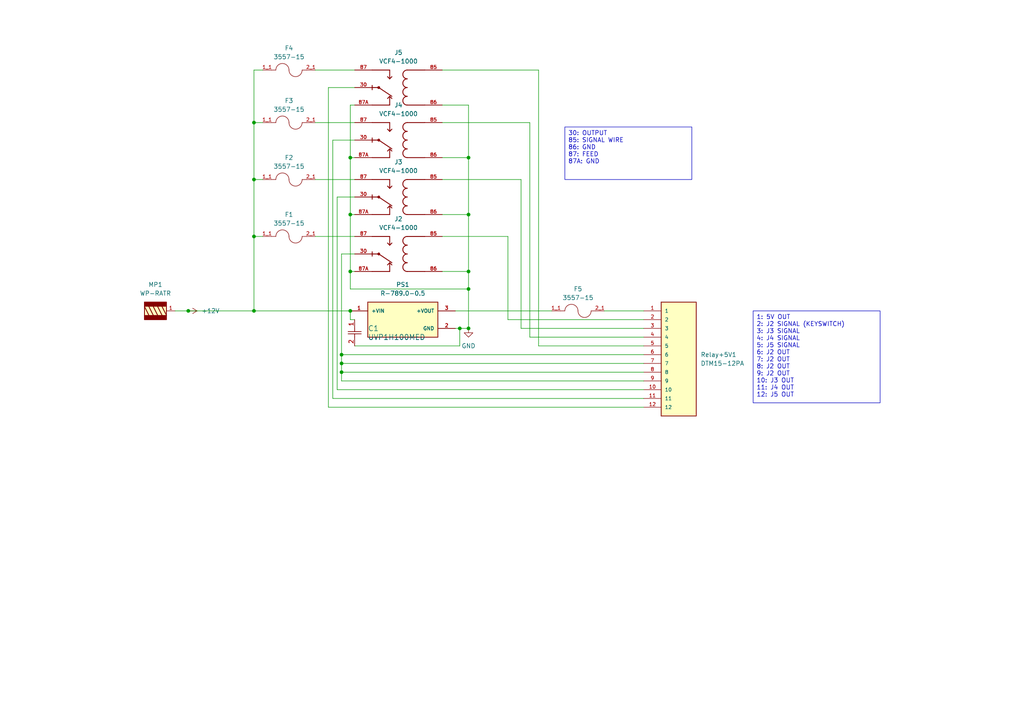
<source format=kicad_sch>
(kicad_sch
	(version 20231120)
	(generator "eeschema")
	(generator_version "8.0")
	(uuid "9c882d78-486c-4be0-bf45-2acd3b1f5433")
	(paper "A4")
	(lib_symbols
		(symbol "2025-01-27_20-42-31:UVP1H100MED"
			(pin_names
				(offset 0.254)
			)
			(exclude_from_sim no)
			(in_bom yes)
			(on_board yes)
			(property "Reference" "C"
				(at 3.81 3.81 0)
				(effects
					(font
						(size 1.524 1.524)
					)
				)
			)
			(property "Value" "UVP1H100MED"
				(at 3.81 -3.81 0)
				(effects
					(font
						(size 1.524 1.524)
					)
				)
			)
			(property "Footprint" "U1-I_NCH"
				(at 0 0 0)
				(effects
					(font
						(size 1.27 1.27)
						(italic yes)
					)
					(hide yes)
				)
			)
			(property "Datasheet" "UVP1H100MED"
				(at 0 0 0)
				(effects
					(font
						(size 1.27 1.27)
						(italic yes)
					)
					(hide yes)
				)
			)
			(property "Description" ""
				(at 0 0 0)
				(effects
					(font
						(size 1.27 1.27)
					)
					(hide yes)
				)
			)
			(property "ki_locked" ""
				(at 0 0 0)
				(effects
					(font
						(size 1.27 1.27)
					)
				)
			)
			(property "ki_keywords" "UVP1H100MED"
				(at 0 0 0)
				(effects
					(font
						(size 1.27 1.27)
					)
					(hide yes)
				)
			)
			(property "ki_fp_filters" "U1-I_NCH"
				(at 0 0 0)
				(effects
					(font
						(size 1.27 1.27)
					)
					(hide yes)
				)
			)
			(symbol "UVP1H100MED_1_1"
				(polyline
					(pts
						(xy 2.54 0) (xy 3.4798 0)
					)
					(stroke
						(width 0.2032)
						(type default)
					)
					(fill
						(type none)
					)
				)
				(polyline
					(pts
						(xy 3.4798 -1.905) (xy 3.4798 1.905)
					)
					(stroke
						(width 0.2032)
						(type default)
					)
					(fill
						(type none)
					)
				)
				(polyline
					(pts
						(xy 4.1148 -1.905) (xy 4.1148 1.905)
					)
					(stroke
						(width 0.2032)
						(type default)
					)
					(fill
						(type none)
					)
				)
				(polyline
					(pts
						(xy 4.1148 0) (xy 5.08 0)
					)
					(stroke
						(width 0.2032)
						(type default)
					)
					(fill
						(type none)
					)
				)
				(pin unspecified line
					(at 0 0 0)
					(length 2.54)
					(name ""
						(effects
							(font
								(size 1.27 1.27)
							)
						)
					)
					(number "1"
						(effects
							(font
								(size 1.27 1.27)
							)
						)
					)
				)
				(pin unspecified line
					(at 7.62 0 180)
					(length 2.54)
					(name ""
						(effects
							(font
								(size 1.27 1.27)
							)
						)
					)
					(number "2"
						(effects
							(font
								(size 1.27 1.27)
							)
						)
					)
				)
			)
			(symbol "UVP1H100MED_1_2"
				(polyline
					(pts
						(xy -1.905 -4.1148) (xy 1.905 -4.1148)
					)
					(stroke
						(width 0.2032)
						(type default)
					)
					(fill
						(type none)
					)
				)
				(polyline
					(pts
						(xy -1.905 -3.4798) (xy 1.905 -3.4798)
					)
					(stroke
						(width 0.2032)
						(type default)
					)
					(fill
						(type none)
					)
				)
				(polyline
					(pts
						(xy 0 -4.1148) (xy 0 -5.08)
					)
					(stroke
						(width 0.2032)
						(type default)
					)
					(fill
						(type none)
					)
				)
				(polyline
					(pts
						(xy 0 -2.54) (xy 0 -3.4798)
					)
					(stroke
						(width 0.2032)
						(type default)
					)
					(fill
						(type none)
					)
				)
				(pin unspecified line
					(at 0 0 270)
					(length 2.54)
					(name ""
						(effects
							(font
								(size 1.27 1.27)
							)
						)
					)
					(number "1"
						(effects
							(font
								(size 1.27 1.27)
							)
						)
					)
				)
				(pin unspecified line
					(at 0 -7.62 90)
					(length 2.54)
					(name ""
						(effects
							(font
								(size 1.27 1.27)
							)
						)
					)
					(number "2"
						(effects
							(font
								(size 1.27 1.27)
							)
						)
					)
				)
			)
		)
		(symbol "3557-15:3557-15"
			(pin_names
				(offset 1.016)
			)
			(exclude_from_sim no)
			(in_bom yes)
			(on_board yes)
			(property "Reference" "F"
				(at -2.54 5.08 0)
				(effects
					(font
						(size 1.27 1.27)
					)
					(justify left bottom)
				)
			)
			(property "Value" "3557-15"
				(at -2.54 -5.08 0)
				(effects
					(font
						(size 1.27 1.27)
					)
					(justify left bottom)
				)
			)
			(property "Footprint" "3557-15:FUSE_3557-15"
				(at 0 0 0)
				(effects
					(font
						(size 1.27 1.27)
					)
					(justify bottom)
					(hide yes)
				)
			)
			(property "Datasheet" ""
				(at 0 0 0)
				(effects
					(font
						(size 1.27 1.27)
					)
					(hide yes)
				)
			)
			(property "Description" ""
				(at 0 0 0)
				(effects
					(font
						(size 1.27 1.27)
					)
					(hide yes)
				)
			)
			(property "PARTREV" "D"
				(at 0 0 0)
				(effects
					(font
						(size 1.27 1.27)
					)
					(justify bottom)
					(hide yes)
				)
			)
			(property "STANDARD" "Manufacturer Recommendation"
				(at 0 0 0)
				(effects
					(font
						(size 1.27 1.27)
					)
					(justify bottom)
					(hide yes)
				)
			)
			(property "SNAPEDA_PN" "3557-2"
				(at 0 0 0)
				(effects
					(font
						(size 1.27 1.27)
					)
					(justify bottom)
					(hide yes)
				)
			)
			(property "MAXIMUM_PACKAGE_HEIGHT" "7.37mm"
				(at 0 0 0)
				(effects
					(font
						(size 1.27 1.27)
					)
					(justify bottom)
					(hide yes)
				)
			)
			(property "MANUFACTURER" "Keystone"
				(at 0 0 0)
				(effects
					(font
						(size 1.27 1.27)
					)
					(justify bottom)
					(hide yes)
				)
			)
			(symbol "3557-15_0_0"
				(arc
					(start 0 0)
					(mid -1.905 1.8967)
					(end -3.81 0)
					(stroke
						(width 0.1524)
						(type default)
					)
					(fill
						(type none)
					)
				)
				(polyline
					(pts
						(xy -5.08 0) (xy -3.81 0)
					)
					(stroke
						(width 0.1524)
						(type default)
					)
					(fill
						(type none)
					)
				)
				(polyline
					(pts
						(xy 5.08 0) (xy 3.81 0)
					)
					(stroke
						(width 0.1524)
						(type default)
					)
					(fill
						(type none)
					)
				)
				(arc
					(start 0 0)
					(mid 1.905 -1.8967)
					(end 3.81 0)
					(stroke
						(width 0.1524)
						(type default)
					)
					(fill
						(type none)
					)
				)
				(pin passive line
					(at -7.62 0 0)
					(length 2.54)
					(name "~"
						(effects
							(font
								(size 1.016 1.016)
							)
						)
					)
					(number "1_1"
						(effects
							(font
								(size 1.016 1.016)
							)
						)
					)
				)
				(pin passive line
					(at 7.62 0 180)
					(length 2.54)
					(name "~"
						(effects
							(font
								(size 1.016 1.016)
							)
						)
					)
					(number "2_1"
						(effects
							(font
								(size 1.016 1.016)
							)
						)
					)
				)
			)
		)
		(symbol "DTM15-12PA:DTM15-12PA"
			(pin_names
				(offset 1.016)
			)
			(exclude_from_sim no)
			(in_bom yes)
			(on_board yes)
			(property "Reference" "J"
				(at -5.0845 20.3381 0)
				(effects
					(font
						(size 1.27 1.27)
					)
					(justify left bottom)
				)
			)
			(property "Value" "DTM15-12PA"
				(at -5.0804 -20.3214 0)
				(effects
					(font
						(size 1.27 1.27)
					)
					(justify left bottom)
				)
			)
			(property "Footprint" "DTM15-12PA:TE_DTM15-12PA"
				(at 0 0 0)
				(effects
					(font
						(size 1.27 1.27)
					)
					(justify bottom)
					(hide yes)
				)
			)
			(property "Datasheet" ""
				(at 0 0 0)
				(effects
					(font
						(size 1.27 1.27)
					)
					(hide yes)
				)
			)
			(property "Description" "DEUTSCH Automotive; DTM RECP ASM"
				(at 0 0 0)
				(effects
					(font
						(size 1.27 1.27)
					)
					(justify bottom)
					(hide yes)
				)
			)
			(property "Comment" "DTM15-12PA"
				(at 0 0 0)
				(effects
					(font
						(size 1.27 1.27)
					)
					(justify bottom)
					(hide yes)
				)
			)
			(property "MF" "TE Connectivity"
				(at 0 0 0)
				(effects
					(font
						(size 1.27 1.27)
					)
					(justify bottom)
					(hide yes)
				)
			)
			(property "Package" "None"
				(at 0 0 0)
				(effects
					(font
						(size 1.27 1.27)
					)
					(justify bottom)
					(hide yes)
				)
			)
			(property "MPN" "DTM15-12PA"
				(at 0 0 0)
				(effects
					(font
						(size 1.27 1.27)
					)
					(justify bottom)
					(hide yes)
				)
			)
			(property "Price" "None"
				(at 0 0 0)
				(effects
					(font
						(size 1.27 1.27)
					)
					(justify bottom)
					(hide yes)
				)
			)
			(property "Check_prices" "https://www.snapeda.com/parts/DTM15-12PA/TE+Connectivity+Deutsch+Connectors/view-part/?ref=eda"
				(at 0 0 0)
				(effects
					(font
						(size 1.27 1.27)
					)
					(justify bottom)
					(hide yes)
				)
			)
			(property "STANDARD" "Manufacturer recommendation"
				(at 0 0 0)
				(effects
					(font
						(size 1.27 1.27)
					)
					(justify bottom)
					(hide yes)
				)
			)
			(property "PARTREV" "B"
				(at 0 0 0)
				(effects
					(font
						(size 1.27 1.27)
					)
					(justify bottom)
					(hide yes)
				)
			)
			(property "SnapEDA_Link" "https://www.snapeda.com/parts/DTM15-12PA/TE+Connectivity+Deutsch+Connectors/view-part/?ref=snap"
				(at 0 0 0)
				(effects
					(font
						(size 1.27 1.27)
					)
					(justify bottom)
					(hide yes)
				)
			)
			(property "MP" "DTM15-12PA"
				(at 0 0 0)
				(effects
					(font
						(size 1.27 1.27)
					)
					(justify bottom)
					(hide yes)
				)
			)
			(property "EU_RoHS_Compliance" "Compliant with Exemptions"
				(at 0 0 0)
				(effects
					(font
						(size 1.27 1.27)
					)
					(justify bottom)
					(hide yes)
				)
			)
			(property "Availability" "In Stock"
				(at 0 0 0)
				(effects
					(font
						(size 1.27 1.27)
					)
					(justify bottom)
					(hide yes)
				)
			)
			(property "AVAILABILITY" "In stock"
				(at 0 0 0)
				(effects
					(font
						(size 1.27 1.27)
					)
					(justify bottom)
					(hide yes)
				)
			)
			(property "Description_1" "\n                        \n                            Automotive Receptacle, Straight Header, 12-Pos, 250 VDC, Grey, DTM Series | TE Connectivity DTM15-12PA\n                        \n"
				(at 0 0 0)
				(effects
					(font
						(size 1.27 1.27)
					)
					(justify bottom)
					(hide yes)
				)
			)
			(symbol "DTM15-12PA_0_0"
				(rectangle
					(start -5.08 -15.24)
					(end 5.08 17.78)
					(stroke
						(width 0.254)
						(type default)
					)
					(fill
						(type background)
					)
				)
				(pin passive line
					(at -10.16 15.24 0)
					(length 5.08)
					(name "1"
						(effects
							(font
								(size 1.016 1.016)
							)
						)
					)
					(number "1"
						(effects
							(font
								(size 1.016 1.016)
							)
						)
					)
				)
				(pin passive line
					(at -10.16 -7.62 0)
					(length 5.08)
					(name "10"
						(effects
							(font
								(size 1.016 1.016)
							)
						)
					)
					(number "10"
						(effects
							(font
								(size 1.016 1.016)
							)
						)
					)
				)
				(pin passive line
					(at -10.16 -10.16 0)
					(length 5.08)
					(name "11"
						(effects
							(font
								(size 1.016 1.016)
							)
						)
					)
					(number "11"
						(effects
							(font
								(size 1.016 1.016)
							)
						)
					)
				)
				(pin passive line
					(at -10.16 -12.7 0)
					(length 5.08)
					(name "12"
						(effects
							(font
								(size 1.016 1.016)
							)
						)
					)
					(number "12"
						(effects
							(font
								(size 1.016 1.016)
							)
						)
					)
				)
				(pin passive line
					(at -10.16 12.7 0)
					(length 5.08)
					(name "2"
						(effects
							(font
								(size 1.016 1.016)
							)
						)
					)
					(number "2"
						(effects
							(font
								(size 1.016 1.016)
							)
						)
					)
				)
				(pin passive line
					(at -10.16 10.16 0)
					(length 5.08)
					(name "3"
						(effects
							(font
								(size 1.016 1.016)
							)
						)
					)
					(number "3"
						(effects
							(font
								(size 1.016 1.016)
							)
						)
					)
				)
				(pin passive line
					(at -10.16 7.62 0)
					(length 5.08)
					(name "4"
						(effects
							(font
								(size 1.016 1.016)
							)
						)
					)
					(number "4"
						(effects
							(font
								(size 1.016 1.016)
							)
						)
					)
				)
				(pin passive line
					(at -10.16 5.08 0)
					(length 5.08)
					(name "5"
						(effects
							(font
								(size 1.016 1.016)
							)
						)
					)
					(number "5"
						(effects
							(font
								(size 1.016 1.016)
							)
						)
					)
				)
				(pin passive line
					(at -10.16 2.54 0)
					(length 5.08)
					(name "6"
						(effects
							(font
								(size 1.016 1.016)
							)
						)
					)
					(number "6"
						(effects
							(font
								(size 1.016 1.016)
							)
						)
					)
				)
				(pin passive line
					(at -10.16 0 0)
					(length 5.08)
					(name "7"
						(effects
							(font
								(size 1.016 1.016)
							)
						)
					)
					(number "7"
						(effects
							(font
								(size 1.016 1.016)
							)
						)
					)
				)
				(pin passive line
					(at -10.16 -2.54 0)
					(length 5.08)
					(name "8"
						(effects
							(font
								(size 1.016 1.016)
							)
						)
					)
					(number "8"
						(effects
							(font
								(size 1.016 1.016)
							)
						)
					)
				)
				(pin passive line
					(at -10.16 -5.08 0)
					(length 5.08)
					(name "9"
						(effects
							(font
								(size 1.016 1.016)
							)
						)
					)
					(number "9"
						(effects
							(font
								(size 1.016 1.016)
							)
						)
					)
				)
			)
		)
		(symbol "R-789.0-0.5:R-789.0-0.5"
			(pin_names
				(offset 1.016)
			)
			(exclude_from_sim no)
			(in_bom yes)
			(on_board yes)
			(property "Reference" "PS"
				(at -10.1639 6.3579 0)
				(effects
					(font
						(size 1.27 1.27)
					)
					(justify left bottom)
				)
			)
			(property "Value" "R-789.0-0.5"
				(at -10.1614 -7.6227 0)
				(effects
					(font
						(size 1.27 1.27)
					)
					(justify left bottom)
				)
			)
			(property "Footprint" "R-789.0-0.5:CONV_R-789.0-0.5"
				(at 0 0 0)
				(effects
					(font
						(size 1.27 1.27)
					)
					(justify bottom)
					(hide yes)
				)
			)
			(property "Datasheet" ""
				(at 0 0 0)
				(effects
					(font
						(size 1.27 1.27)
					)
					(hide yes)
				)
			)
			(property "Description" ""
				(at 0 0 0)
				(effects
					(font
						(size 1.27 1.27)
					)
					(hide yes)
				)
			)
			(property "PARTREV" "5"
				(at 0 0 0)
				(effects
					(font
						(size 1.27 1.27)
					)
					(justify bottom)
					(hide yes)
				)
			)
			(property "STANDARD" "Manufacturer Recommendations"
				(at 0 0 0)
				(effects
					(font
						(size 1.27 1.27)
					)
					(justify bottom)
					(hide yes)
				)
			)
			(property "MAXIMUM_PACKAGE_HEIGHT" "10.20mm"
				(at 0 0 0)
				(effects
					(font
						(size 1.27 1.27)
					)
					(justify bottom)
					(hide yes)
				)
			)
			(property "MANUFACTURER" "RECOM"
				(at 0 0 0)
				(effects
					(font
						(size 1.27 1.27)
					)
					(justify bottom)
					(hide yes)
				)
			)
			(symbol "R-789.0-0.5_0_0"
				(rectangle
					(start -10.16 -5.08)
					(end 10.16 5.08)
					(stroke
						(width 0.254)
						(type default)
					)
					(fill
						(type background)
					)
				)
				(pin input line
					(at -15.24 2.54 0)
					(length 5.08)
					(name "+VIN"
						(effects
							(font
								(size 1.016 1.016)
							)
						)
					)
					(number "1"
						(effects
							(font
								(size 1.016 1.016)
							)
						)
					)
				)
				(pin power_in line
					(at 15.24 -2.54 180)
					(length 5.08)
					(name "GND"
						(effects
							(font
								(size 1.016 1.016)
							)
						)
					)
					(number "2"
						(effects
							(font
								(size 1.016 1.016)
							)
						)
					)
				)
				(pin output line
					(at 15.24 2.54 180)
					(length 5.08)
					(name "+VOUT"
						(effects
							(font
								(size 1.016 1.016)
							)
						)
					)
					(number "3"
						(effects
							(font
								(size 1.016 1.016)
							)
						)
					)
				)
			)
		)
		(symbol "VCF4-1000:VCF4-1000"
			(pin_names
				(offset 1.016)
			)
			(exclude_from_sim no)
			(in_bom yes)
			(on_board yes)
			(property "Reference" "J"
				(at -7.6678 6.3898 0)
				(effects
					(font
						(size 1.27 1.27)
					)
					(justify left bottom)
				)
			)
			(property "Value" "VCF4-1000"
				(at -7.6686 -8.9467 0)
				(effects
					(font
						(size 1.27 1.27)
					)
					(justify left bottom)
				)
			)
			(property "Footprint" "VCF4-1000:TE_VCF4-1000"
				(at 0 0 0)
				(effects
					(font
						(size 1.27 1.27)
					)
					(justify bottom)
					(hide yes)
				)
			)
			(property "Datasheet" ""
				(at 0 0 0)
				(effects
					(font
						(size 1.27 1.27)
					)
					(hide yes)
				)
			)
			(property "Description" "Socket, Relay; PCB, VTF Series, 1 Pole, Quick-Connect, w/o Grounding Provision"
				(at 0 0 0)
				(effects
					(font
						(size 1.27 1.27)
					)
					(justify bottom)
					(hide yes)
				)
			)
			(property "COMMENT" "VCF4-1000 _1393310-3_"
				(at 0 0 0)
				(effects
					(font
						(size 1.27 1.27)
					)
					(justify bottom)
					(hide yes)
				)
			)
			(property "MF" "Tyco Electronics"
				(at 0 0 0)
				(effects
					(font
						(size 1.27 1.27)
					)
					(justify bottom)
					(hide yes)
				)
			)
			(property "PRODUCT_TYPE" "Socket"
				(at 0 0 0)
				(effects
					(font
						(size 1.27 1.27)
					)
					(justify bottom)
					(hide yes)
				)
			)
			(property "PACKAGE" "None"
				(at 0 0 0)
				(effects
					(font
						(size 1.27 1.27)
					)
					(justify bottom)
					(hide yes)
				)
			)
			(property "PRICE" "1.54 USD"
				(at 0 0 0)
				(effects
					(font
						(size 1.27 1.27)
					)
					(justify bottom)
					(hide yes)
				)
			)
			(property "Package" "None"
				(at 0 0 0)
				(effects
					(font
						(size 1.27 1.27)
					)
					(justify bottom)
					(hide yes)
				)
			)
			(property "Check_prices" "https://www.snapeda.com/parts/VCF4-1000/Tyco+Electronics/view-part/?ref=eda"
				(at 0 0 0)
				(effects
					(font
						(size 1.27 1.27)
					)
					(justify bottom)
					(hide yes)
				)
			)
			(property "Price" "None"
				(at 0 0 0)
				(effects
					(font
						(size 1.27 1.27)
					)
					(justify bottom)
					(hide yes)
				)
			)
			(property "SnapEDA_Link" "https://www.snapeda.com/parts/VCF4-1000/Tyco+Electronics/view-part/?ref=snap"
				(at 0 0 0)
				(effects
					(font
						(size 1.27 1.27)
					)
					(justify bottom)
					(hide yes)
				)
			)
			(property "MP" "VCF4-1000"
				(at 0 0 0)
				(effects
					(font
						(size 1.27 1.27)
					)
					(justify bottom)
					(hide yes)
				)
			)
			(property "Availability" "Not in stock"
				(at 0 0 0)
				(effects
					(font
						(size 1.27 1.27)
					)
					(justify bottom)
					(hide yes)
				)
			)
			(property "AVAILABILITY" "Good"
				(at 0 0 0)
				(effects
					(font
						(size 1.27 1.27)
					)
					(justify bottom)
					(hide yes)
				)
			)
			(property "Description_1" "\n                        \n"
				(at 0 0 0)
				(effects
					(font
						(size 1.27 1.27)
					)
					(justify bottom)
					(hide yes)
				)
			)
			(symbol "VCF4-1000_0_0"
				(arc
					(start -2.54 -5.08)
					(mid -1.2755 -3.81)
					(end -2.54 -2.54)
					(stroke
						(width 0.254)
						(type default)
					)
					(fill
						(type none)
					)
				)
				(arc
					(start -2.54 -2.54)
					(mid -1.2755 -1.27)
					(end -2.54 0)
					(stroke
						(width 0.254)
						(type default)
					)
					(fill
						(type none)
					)
				)
				(arc
					(start -2.54 0)
					(mid -1.2755 1.27)
					(end -2.54 2.54)
					(stroke
						(width 0.254)
						(type default)
					)
					(fill
						(type none)
					)
				)
				(arc
					(start -2.54 2.54)
					(mid -1.2755 3.81)
					(end -2.54 5.08)
					(stroke
						(width 0.254)
						(type default)
					)
					(fill
						(type none)
					)
				)
				(polyline
					(pts
						(xy -7.62 -5.08) (xy -2.54 -5.08)
					)
					(stroke
						(width 0.254)
						(type default)
					)
					(fill
						(type none)
					)
				)
				(polyline
					(pts
						(xy -7.62 5.08) (xy -2.54 5.08)
					)
					(stroke
						(width 0.254)
						(type default)
					)
					(fill
						(type none)
					)
				)
				(polyline
					(pts
						(xy 2.54 -5.08) (xy 2.54 -2.54)
					)
					(stroke
						(width 0.254)
						(type default)
					)
					(fill
						(type none)
					)
				)
				(polyline
					(pts
						(xy 2.54 -2.54) (xy 1.905 -3.175)
					)
					(stroke
						(width 0.254)
						(type default)
					)
					(fill
						(type none)
					)
				)
				(polyline
					(pts
						(xy 2.54 -2.54) (xy 3.175 -3.175)
					)
					(stroke
						(width 0.254)
						(type default)
					)
					(fill
						(type none)
					)
				)
				(polyline
					(pts
						(xy 2.54 2.54) (xy 1.905 3.175)
					)
					(stroke
						(width 0.254)
						(type default)
					)
					(fill
						(type none)
					)
				)
				(polyline
					(pts
						(xy 2.54 2.54) (xy 3.175 3.175)
					)
					(stroke
						(width 0.254)
						(type default)
					)
					(fill
						(type none)
					)
				)
				(polyline
					(pts
						(xy 2.54 5.08) (xy 2.54 2.54)
					)
					(stroke
						(width 0.254)
						(type default)
					)
					(fill
						(type none)
					)
				)
				(polyline
					(pts
						(xy 5.715 0) (xy 1.905 2.54)
					)
					(stroke
						(width 0.254)
						(type default)
					)
					(fill
						(type none)
					)
				)
				(polyline
					(pts
						(xy 7.62 -5.08) (xy 2.54 -5.08)
					)
					(stroke
						(width 0.254)
						(type default)
					)
					(fill
						(type none)
					)
				)
				(polyline
					(pts
						(xy 7.62 0) (xy 5.715 0)
					)
					(stroke
						(width 0.254)
						(type default)
					)
					(fill
						(type none)
					)
				)
				(polyline
					(pts
						(xy 7.62 0) (xy 7.62 -0.635)
					)
					(stroke
						(width 0.254)
						(type default)
					)
					(fill
						(type none)
					)
				)
				(polyline
					(pts
						(xy 7.62 0.635) (xy 7.62 0)
					)
					(stroke
						(width 0.254)
						(type default)
					)
					(fill
						(type none)
					)
				)
				(polyline
					(pts
						(xy 7.62 5.08) (xy 2.54 5.08)
					)
					(stroke
						(width 0.254)
						(type default)
					)
					(fill
						(type none)
					)
				)
				(circle
					(center 5.715 0)
					(radius 0.284)
					(stroke
						(width 0.254)
						(type default)
					)
					(fill
						(type none)
					)
				)
				(pin passive line
					(at 12.7 0 180)
					(length 5.08)
					(name "~"
						(effects
							(font
								(size 1.016 1.016)
							)
						)
					)
					(number "30"
						(effects
							(font
								(size 1.016 1.016)
							)
						)
					)
				)
				(pin passive line
					(at -12.7 -5.08 0)
					(length 5.08)
					(name "~"
						(effects
							(font
								(size 1.016 1.016)
							)
						)
					)
					(number "85"
						(effects
							(font
								(size 1.016 1.016)
							)
						)
					)
				)
				(pin passive line
					(at -12.7 5.08 0)
					(length 5.08)
					(name "~"
						(effects
							(font
								(size 1.016 1.016)
							)
						)
					)
					(number "86"
						(effects
							(font
								(size 1.016 1.016)
							)
						)
					)
				)
				(pin passive line
					(at 12.7 -5.08 180)
					(length 5.08)
					(name "~"
						(effects
							(font
								(size 1.016 1.016)
							)
						)
					)
					(number "87"
						(effects
							(font
								(size 1.016 1.016)
							)
						)
					)
				)
				(pin passive line
					(at 12.7 5.08 180)
					(length 5.08)
					(name "~"
						(effects
							(font
								(size 1.016 1.016)
							)
						)
					)
					(number "87A"
						(effects
							(font
								(size 1.016 1.016)
							)
						)
					)
				)
			)
		)
		(symbol "WP-RATR:WP-RATR"
			(pin_names
				(offset 1.016)
			)
			(exclude_from_sim no)
			(in_bom yes)
			(on_board yes)
			(property "Reference" "MP"
				(at 3.302 1.27 0)
				(effects
					(font
						(size 1.27 1.27)
					)
					(justify left bottom)
				)
			)
			(property "Value" "7461108"
				(at 0 0 0)
				(effects
					(font
						(size 1.27 1.27)
					)
					(justify bottom)
					(hide yes)
				)
			)
			(property "Footprint" ""
				(at 0 0 0)
				(effects
					(font
						(size 1.27 1.27)
					)
					(hide yes)
				)
			)
			(property "Datasheet" ""
				(at 0 0 0)
				(effects
					(font
						(size 1.27 1.27)
					)
					(hide yes)
				)
			)
			(property "Description" ""
				(at 0 0 0)
				(effects
					(font
						(size 1.27 1.27)
					)
					(hide yes)
				)
			)
			(property "THREAD" "M8"
				(at 0 0 0)
				(effects
					(font
						(size 1.27 1.27)
					)
					(justify bottom)
					(hide yes)
				)
			)
			(property "IR" "240A"
				(at 0 0 0)
				(effects
					(font
						(size 1.27 1.27)
					)
					(justify bottom)
					(hide yes)
				)
			)
			(property "PART-NUMBER" "7461108"
				(at 0 0 0)
				(effects
					(font
						(size 1.27 1.27)
					)
					(justify bottom)
					(hide yes)
				)
			)
			(property "DATASHEET-URL" "https://www.we-online.com/redexpert/spec/7461108?ae"
				(at 0 0 0)
				(effects
					(font
						(size 1.27 1.27)
					)
					(justify bottom)
					(hide yes)
				)
			)
			(property "PINS" "10"
				(at 0 0 0)
				(effects
					(font
						(size 1.27 1.27)
					)
					(justify bottom)
					(hide yes)
				)
			)
			(symbol "WP-RATR_0_0"
				(rectangle
					(start -2.54 -2.54)
					(end -1.27 3.81)
					(stroke
						(width 0.1)
						(type default)
					)
					(fill
						(type outline)
					)
				)
				(rectangle
					(start -2.54 -2.54)
					(end 2.54 3.81)
					(stroke
						(width 0.254)
						(type default)
					)
					(fill
						(type background)
					)
				)
				(polyline
					(pts
						(xy -1.27 2.54) (xy 1.27 3.81)
					)
					(stroke
						(width 0.254)
						(type default)
					)
					(fill
						(type none)
					)
				)
				(polyline
					(pts
						(xy 1.27 -1.27) (xy -1.27 -2.54)
					)
					(stroke
						(width 0.254)
						(type default)
					)
					(fill
						(type none)
					)
				)
				(polyline
					(pts
						(xy 1.27 0) (xy -1.27 -1.27)
					)
					(stroke
						(width 0.254)
						(type default)
					)
					(fill
						(type none)
					)
				)
				(polyline
					(pts
						(xy 1.27 1.27) (xy -1.27 0)
					)
					(stroke
						(width 0.254)
						(type default)
					)
					(fill
						(type none)
					)
				)
				(polyline
					(pts
						(xy 1.27 2.54) (xy -1.27 1.27)
					)
					(stroke
						(width 0.254)
						(type default)
					)
					(fill
						(type none)
					)
				)
				(rectangle
					(start 1.27 -2.54)
					(end 2.54 3.81)
					(stroke
						(width 0.1)
						(type default)
					)
					(fill
						(type outline)
					)
				)
				(pin passive line
					(at 0 -5.08 90)
					(length 2.54)
					(name "~"
						(effects
							(font
								(size 1.016 1.016)
							)
						)
					)
					(number "1"
						(effects
							(font
								(size 1.016 1.016)
							)
						)
					)
				)
			)
		)
		(symbol "power:+12V"
			(power)
			(pin_numbers hide)
			(pin_names
				(offset 0) hide)
			(exclude_from_sim no)
			(in_bom yes)
			(on_board yes)
			(property "Reference" "#PWR"
				(at 0 -3.81 0)
				(effects
					(font
						(size 1.27 1.27)
					)
					(hide yes)
				)
			)
			(property "Value" "+12V"
				(at 0 3.556 0)
				(effects
					(font
						(size 1.27 1.27)
					)
				)
			)
			(property "Footprint" ""
				(at 0 0 0)
				(effects
					(font
						(size 1.27 1.27)
					)
					(hide yes)
				)
			)
			(property "Datasheet" ""
				(at 0 0 0)
				(effects
					(font
						(size 1.27 1.27)
					)
					(hide yes)
				)
			)
			(property "Description" "Power symbol creates a global label with name \"+12V\""
				(at 0 0 0)
				(effects
					(font
						(size 1.27 1.27)
					)
					(hide yes)
				)
			)
			(property "ki_keywords" "global power"
				(at 0 0 0)
				(effects
					(font
						(size 1.27 1.27)
					)
					(hide yes)
				)
			)
			(symbol "+12V_0_1"
				(polyline
					(pts
						(xy -0.762 1.27) (xy 0 2.54)
					)
					(stroke
						(width 0)
						(type default)
					)
					(fill
						(type none)
					)
				)
				(polyline
					(pts
						(xy 0 0) (xy 0 2.54)
					)
					(stroke
						(width 0)
						(type default)
					)
					(fill
						(type none)
					)
				)
				(polyline
					(pts
						(xy 0 2.54) (xy 0.762 1.27)
					)
					(stroke
						(width 0)
						(type default)
					)
					(fill
						(type none)
					)
				)
			)
			(symbol "+12V_1_1"
				(pin power_in line
					(at 0 0 90)
					(length 0)
					(name "~"
						(effects
							(font
								(size 1.27 1.27)
							)
						)
					)
					(number "1"
						(effects
							(font
								(size 1.27 1.27)
							)
						)
					)
				)
			)
		)
		(symbol "power:GND"
			(power)
			(pin_numbers hide)
			(pin_names
				(offset 0) hide)
			(exclude_from_sim no)
			(in_bom yes)
			(on_board yes)
			(property "Reference" "#PWR"
				(at 0 -6.35 0)
				(effects
					(font
						(size 1.27 1.27)
					)
					(hide yes)
				)
			)
			(property "Value" "GND"
				(at 0 -3.81 0)
				(effects
					(font
						(size 1.27 1.27)
					)
				)
			)
			(property "Footprint" ""
				(at 0 0 0)
				(effects
					(font
						(size 1.27 1.27)
					)
					(hide yes)
				)
			)
			(property "Datasheet" ""
				(at 0 0 0)
				(effects
					(font
						(size 1.27 1.27)
					)
					(hide yes)
				)
			)
			(property "Description" "Power symbol creates a global label with name \"GND\" , ground"
				(at 0 0 0)
				(effects
					(font
						(size 1.27 1.27)
					)
					(hide yes)
				)
			)
			(property "ki_keywords" "global power"
				(at 0 0 0)
				(effects
					(font
						(size 1.27 1.27)
					)
					(hide yes)
				)
			)
			(symbol "GND_0_1"
				(polyline
					(pts
						(xy 0 0) (xy 0 -1.27) (xy 1.27 -1.27) (xy 0 -2.54) (xy -1.27 -1.27) (xy 0 -1.27)
					)
					(stroke
						(width 0)
						(type default)
					)
					(fill
						(type none)
					)
				)
			)
			(symbol "GND_1_1"
				(pin power_in line
					(at 0 0 270)
					(length 0)
					(name "~"
						(effects
							(font
								(size 1.27 1.27)
							)
						)
					)
					(number "1"
						(effects
							(font
								(size 1.27 1.27)
							)
						)
					)
				)
			)
		)
	)
	(junction
		(at 73.66 68.58)
		(diameter 0)
		(color 0 0 0 0)
		(uuid "014d776c-5e22-40b4-aac4-ee2bc02563f5")
	)
	(junction
		(at 73.66 52.07)
		(diameter 0)
		(color 0 0 0 0)
		(uuid "02f29293-5b83-45bb-9db2-cbf57b5e823e")
	)
	(junction
		(at 54.61 90.17)
		(diameter 0)
		(color 0 0 0 0)
		(uuid "0a14530a-96a4-4c73-91ff-fc6fa5c5e69d")
	)
	(junction
		(at 135.89 78.74)
		(diameter 0)
		(color 0 0 0 0)
		(uuid "0e3211dc-923f-462b-8e43-bd5be1e46e8d")
	)
	(junction
		(at 135.89 95.25)
		(diameter 0)
		(color 0 0 0 0)
		(uuid "3c9d3b9e-1b33-406e-ae3f-7c856361272c")
	)
	(junction
		(at 135.89 45.72)
		(diameter 0)
		(color 0 0 0 0)
		(uuid "3f4d03d8-c7e9-4846-b5bb-000eb7fbe130")
	)
	(junction
		(at 101.6 62.23)
		(diameter 0)
		(color 0 0 0 0)
		(uuid "4f15651c-d7c1-4981-abb7-36ff07b2392d")
	)
	(junction
		(at 101.6 90.17)
		(diameter 0)
		(color 0 0 0 0)
		(uuid "569c3968-459d-437f-ad16-d1eb9fe35acc")
	)
	(junction
		(at 99.06 102.87)
		(diameter 0)
		(color 0 0 0 0)
		(uuid "576694aa-da24-46b4-bb2e-e745dbb6d796")
	)
	(junction
		(at 99.06 107.95)
		(diameter 0)
		(color 0 0 0 0)
		(uuid "5f31b5f5-d5c5-410b-b630-22f6f3ef0577")
	)
	(junction
		(at 73.66 35.56)
		(diameter 0)
		(color 0 0 0 0)
		(uuid "63c48158-12d3-4d77-878a-572cc29e242f")
	)
	(junction
		(at 73.66 90.17)
		(diameter 0)
		(color 0 0 0 0)
		(uuid "79241161-fe2b-4913-8edc-f09745ad9864")
	)
	(junction
		(at 135.89 62.23)
		(diameter 0)
		(color 0 0 0 0)
		(uuid "8282dc5c-6efe-49a8-95e1-ef81f9b5710c")
	)
	(junction
		(at 101.6 45.72)
		(diameter 0)
		(color 0 0 0 0)
		(uuid "8899d73a-e9b9-4918-8cf6-46a1044eec0a")
	)
	(junction
		(at 133.35 95.25)
		(diameter 0)
		(color 0 0 0 0)
		(uuid "98b9799a-3cbd-460c-9f1c-abf6034ea922")
	)
	(junction
		(at 99.06 105.41)
		(diameter 0)
		(color 0 0 0 0)
		(uuid "b54fb495-d1cf-4a21-93ca-a89cd4d3608d")
	)
	(junction
		(at 101.6 78.74)
		(diameter 0)
		(color 0 0 0 0)
		(uuid "b8e56b52-94c3-402e-9089-f5e1c21c16d1")
	)
	(junction
		(at 135.89 83.82)
		(diameter 0)
		(color 0 0 0 0)
		(uuid "c8bf0211-d297-41d5-907b-6df54a8fc78d")
	)
	(wire
		(pts
			(xy 50.8 90.17) (xy 54.61 90.17)
		)
		(stroke
			(width 0)
			(type default)
		)
		(uuid "000aa0f3-159e-4554-a934-02f619c32444")
	)
	(wire
		(pts
			(xy 97.79 57.15) (xy 97.79 113.03)
		)
		(stroke
			(width 0)
			(type default)
		)
		(uuid "0052695a-fa19-4176-a7d8-28970e31d046")
	)
	(wire
		(pts
			(xy 73.66 20.32) (xy 73.66 35.56)
		)
		(stroke
			(width 0)
			(type default)
		)
		(uuid "039e3a19-c6fe-4a98-9765-80154e9adcf1")
	)
	(wire
		(pts
			(xy 99.06 73.66) (xy 99.06 102.87)
		)
		(stroke
			(width 0)
			(type default)
		)
		(uuid "0a86372f-55c9-4e00-9c6b-43a05baddcd2")
	)
	(wire
		(pts
			(xy 99.06 73.66) (xy 102.87 73.66)
		)
		(stroke
			(width 0)
			(type default)
		)
		(uuid "109641c7-52a6-4a77-9796-78999aeb0486")
	)
	(wire
		(pts
			(xy 99.06 107.95) (xy 99.06 110.49)
		)
		(stroke
			(width 0)
			(type default)
		)
		(uuid "1252682d-5c10-4bce-ae11-b82cea8c7ef8")
	)
	(wire
		(pts
			(xy 96.52 115.57) (xy 186.69 115.57)
		)
		(stroke
			(width 0)
			(type default)
		)
		(uuid "12d4b186-b4c7-4366-b879-8eac57853740")
	)
	(wire
		(pts
			(xy 128.27 30.48) (xy 135.89 30.48)
		)
		(stroke
			(width 0)
			(type default)
		)
		(uuid "12dcb609-e577-4062-9c79-33827de89e6e")
	)
	(wire
		(pts
			(xy 73.66 35.56) (xy 73.66 52.07)
		)
		(stroke
			(width 0)
			(type default)
		)
		(uuid "13deb929-90c1-4037-94c2-b6a267265532")
	)
	(wire
		(pts
			(xy 135.89 45.72) (xy 135.89 62.23)
		)
		(stroke
			(width 0)
			(type default)
		)
		(uuid "21986231-77b5-42a7-9469-a88a879cc4da")
	)
	(wire
		(pts
			(xy 91.44 52.07) (xy 102.87 52.07)
		)
		(stroke
			(width 0)
			(type default)
		)
		(uuid "2416df95-b3b5-45c4-8fc7-d480db62594a")
	)
	(wire
		(pts
			(xy 156.21 20.32) (xy 156.21 100.33)
		)
		(stroke
			(width 0)
			(type default)
		)
		(uuid "2a5b374a-32f0-49fc-9fde-bd06395730c2")
	)
	(wire
		(pts
			(xy 101.6 78.74) (xy 102.87 78.74)
		)
		(stroke
			(width 0)
			(type default)
		)
		(uuid "3120f55f-bf6b-4378-9039-596b98155301")
	)
	(wire
		(pts
			(xy 128.27 78.74) (xy 135.89 78.74)
		)
		(stroke
			(width 0)
			(type default)
		)
		(uuid "482b5d90-8e8e-4fb1-8316-d173faaab3d0")
	)
	(wire
		(pts
			(xy 101.6 62.23) (xy 102.87 62.23)
		)
		(stroke
			(width 0)
			(type default)
		)
		(uuid "483b8df1-ae80-45c4-b1dc-6f3240306821")
	)
	(wire
		(pts
			(xy 99.06 105.41) (xy 186.69 105.41)
		)
		(stroke
			(width 0)
			(type default)
		)
		(uuid "4bcc2441-086a-4632-ba1e-a00ddf07d7ad")
	)
	(wire
		(pts
			(xy 73.66 68.58) (xy 73.66 90.17)
		)
		(stroke
			(width 0)
			(type default)
		)
		(uuid "4c7f5c0a-86f7-42ec-9806-1471b0761ed9")
	)
	(wire
		(pts
			(xy 135.89 62.23) (xy 135.89 78.74)
		)
		(stroke
			(width 0)
			(type default)
		)
		(uuid "4daf1065-1fcf-4986-8e7d-1cdbb685c68f")
	)
	(wire
		(pts
			(xy 101.6 83.82) (xy 135.89 83.82)
		)
		(stroke
			(width 0)
			(type default)
		)
		(uuid "4edc6ba9-6f1c-43fd-be34-336b8abe5246")
	)
	(wire
		(pts
			(xy 128.27 35.56) (xy 153.67 35.56)
		)
		(stroke
			(width 0)
			(type default)
		)
		(uuid "51bd8b9f-1759-4518-9e04-e726a983d1c0")
	)
	(wire
		(pts
			(xy 133.35 100.33) (xy 133.35 95.25)
		)
		(stroke
			(width 0)
			(type default)
		)
		(uuid "58acce67-43d7-451b-8e44-342c51769f59")
	)
	(wire
		(pts
			(xy 101.6 30.48) (xy 101.6 45.72)
		)
		(stroke
			(width 0)
			(type default)
		)
		(uuid "59e2e5c2-0f72-4c39-9117-5626cf65d548")
	)
	(wire
		(pts
			(xy 135.89 95.25) (xy 133.35 95.25)
		)
		(stroke
			(width 0)
			(type default)
		)
		(uuid "5a9bd6b2-b605-4796-87dd-c08d0542f94b")
	)
	(wire
		(pts
			(xy 132.08 90.17) (xy 160.02 90.17)
		)
		(stroke
			(width 0)
			(type default)
		)
		(uuid "5e412c3e-804b-40cb-ac9d-310b103c81d3")
	)
	(wire
		(pts
			(xy 147.32 92.71) (xy 186.69 92.71)
		)
		(stroke
			(width 0)
			(type default)
		)
		(uuid "66a3b857-939b-4e0f-9273-e10b702e0996")
	)
	(wire
		(pts
			(xy 156.21 100.33) (xy 186.69 100.33)
		)
		(stroke
			(width 0)
			(type default)
		)
		(uuid "70fdd5ff-8be1-455e-8409-ef60c1d1bfc6")
	)
	(wire
		(pts
			(xy 153.67 35.56) (xy 153.67 97.79)
		)
		(stroke
			(width 0)
			(type default)
		)
		(uuid "75fdec0d-f942-4357-9e3f-af90e6d8a5fa")
	)
	(wire
		(pts
			(xy 99.06 102.87) (xy 99.06 105.41)
		)
		(stroke
			(width 0)
			(type default)
		)
		(uuid "7916d8d3-1c2c-4ab3-835c-0091801b59b1")
	)
	(wire
		(pts
			(xy 153.67 97.79) (xy 186.69 97.79)
		)
		(stroke
			(width 0)
			(type default)
		)
		(uuid "7a60120a-e533-42e5-b76a-5098123e7653")
	)
	(wire
		(pts
			(xy 73.66 52.07) (xy 73.66 68.58)
		)
		(stroke
			(width 0)
			(type default)
		)
		(uuid "7c529b7a-a005-48b9-a4b0-056e11c66c43")
	)
	(wire
		(pts
			(xy 99.06 110.49) (xy 186.69 110.49)
		)
		(stroke
			(width 0)
			(type default)
		)
		(uuid "84409062-8457-4ce9-83d2-421712c36024")
	)
	(wire
		(pts
			(xy 151.13 52.07) (xy 151.13 95.25)
		)
		(stroke
			(width 0)
			(type default)
		)
		(uuid "8588b9c0-1890-49f1-ad86-06ca2c18f353")
	)
	(wire
		(pts
			(xy 97.79 113.03) (xy 186.69 113.03)
		)
		(stroke
			(width 0)
			(type default)
		)
		(uuid "878693b5-a38c-4f5e-8755-435d9e43fe6c")
	)
	(wire
		(pts
			(xy 128.27 62.23) (xy 135.89 62.23)
		)
		(stroke
			(width 0)
			(type default)
		)
		(uuid "886583f0-4de1-41e4-99ea-ed99cb941204")
	)
	(wire
		(pts
			(xy 97.79 57.15) (xy 102.87 57.15)
		)
		(stroke
			(width 0)
			(type default)
		)
		(uuid "8935a795-c739-4262-b36f-e783179850bb")
	)
	(wire
		(pts
			(xy 54.61 90.17) (xy 73.66 90.17)
		)
		(stroke
			(width 0)
			(type default)
		)
		(uuid "899c059e-2030-4c9b-ab2b-52c0c8762e85")
	)
	(wire
		(pts
			(xy 91.44 68.58) (xy 102.87 68.58)
		)
		(stroke
			(width 0)
			(type default)
		)
		(uuid "8f6e2908-8c76-4221-ba27-450ca099ff9c")
	)
	(wire
		(pts
			(xy 128.27 45.72) (xy 135.89 45.72)
		)
		(stroke
			(width 0)
			(type default)
		)
		(uuid "9274fc12-bd25-4a90-94f7-d4474782f87a")
	)
	(wire
		(pts
			(xy 95.25 118.11) (xy 186.69 118.11)
		)
		(stroke
			(width 0)
			(type default)
		)
		(uuid "92949234-9903-4b96-8030-947498e9c5ac")
	)
	(wire
		(pts
			(xy 73.66 90.17) (xy 101.6 90.17)
		)
		(stroke
			(width 0)
			(type default)
		)
		(uuid "9570ccbd-f513-4a49-ab9a-b2ce4e796c00")
	)
	(wire
		(pts
			(xy 101.6 45.72) (xy 102.87 45.72)
		)
		(stroke
			(width 0)
			(type default)
		)
		(uuid "99213d94-4f90-4a4e-a64e-b1b1f54e984c")
	)
	(wire
		(pts
			(xy 99.06 107.95) (xy 186.69 107.95)
		)
		(stroke
			(width 0)
			(type default)
		)
		(uuid "a5e0f67a-d7a9-44d1-8aac-d4d67e1014a0")
	)
	(wire
		(pts
			(xy 135.89 30.48) (xy 135.89 45.72)
		)
		(stroke
			(width 0)
			(type default)
		)
		(uuid "ab60200b-642f-4b63-b2ce-5aaf960d4173")
	)
	(wire
		(pts
			(xy 133.35 95.25) (xy 132.08 95.25)
		)
		(stroke
			(width 0)
			(type default)
		)
		(uuid "ad195da4-fb05-4ce6-93f6-0712e5cbac02")
	)
	(wire
		(pts
			(xy 128.27 68.58) (xy 147.32 68.58)
		)
		(stroke
			(width 0)
			(type default)
		)
		(uuid "b045b633-aa07-425a-bef2-ab87997e81a9")
	)
	(wire
		(pts
			(xy 101.6 62.23) (xy 101.6 78.74)
		)
		(stroke
			(width 0)
			(type default)
		)
		(uuid "b32fd7f2-ed0c-40df-b69a-93944b2bb1c5")
	)
	(wire
		(pts
			(xy 135.89 83.82) (xy 135.89 95.25)
		)
		(stroke
			(width 0)
			(type default)
		)
		(uuid "b4f650c2-d1ac-45d1-9a3b-6964ccd57ccc")
	)
	(wire
		(pts
			(xy 101.6 78.74) (xy 101.6 83.82)
		)
		(stroke
			(width 0)
			(type default)
		)
		(uuid "b602574b-3e50-498e-a8ff-97e5f47dfa45")
	)
	(wire
		(pts
			(xy 96.52 40.64) (xy 102.87 40.64)
		)
		(stroke
			(width 0)
			(type default)
		)
		(uuid "bad4f90c-a972-444e-8d09-a7027b60fcb0")
	)
	(wire
		(pts
			(xy 95.25 25.4) (xy 95.25 118.11)
		)
		(stroke
			(width 0)
			(type default)
		)
		(uuid "bd5b50bf-1c07-48cf-baa7-4c28dcd49478")
	)
	(wire
		(pts
			(xy 95.25 25.4) (xy 102.87 25.4)
		)
		(stroke
			(width 0)
			(type default)
		)
		(uuid "c084e634-72b5-4f73-8c36-91a84c34d4f3")
	)
	(wire
		(pts
			(xy 91.44 20.32) (xy 102.87 20.32)
		)
		(stroke
			(width 0)
			(type default)
		)
		(uuid "c212e632-3778-4163-af1f-9ad985e3035a")
	)
	(wire
		(pts
			(xy 102.87 92.71) (xy 101.6 92.71)
		)
		(stroke
			(width 0)
			(type default)
		)
		(uuid "c406abc9-4e17-43a0-8eb7-ea6d0ebd8ee0")
	)
	(wire
		(pts
			(xy 76.2 20.32) (xy 73.66 20.32)
		)
		(stroke
			(width 0)
			(type default)
		)
		(uuid "c4dac560-0718-4fb2-b635-e3ba194aea0c")
	)
	(wire
		(pts
			(xy 151.13 95.25) (xy 186.69 95.25)
		)
		(stroke
			(width 0)
			(type default)
		)
		(uuid "c9027758-64e2-4110-877f-6f3805390b4c")
	)
	(wire
		(pts
			(xy 99.06 102.87) (xy 186.69 102.87)
		)
		(stroke
			(width 0)
			(type default)
		)
		(uuid "cf02d74f-39eb-47a8-873e-abe75836f6fc")
	)
	(wire
		(pts
			(xy 102.87 100.33) (xy 133.35 100.33)
		)
		(stroke
			(width 0)
			(type default)
		)
		(uuid "d076875d-6820-4735-aa63-b1658c4cb7f4")
	)
	(wire
		(pts
			(xy 99.06 105.41) (xy 99.06 107.95)
		)
		(stroke
			(width 0)
			(type default)
		)
		(uuid "d0f2607a-1216-4997-8d63-cf72a97de08e")
	)
	(wire
		(pts
			(xy 128.27 52.07) (xy 151.13 52.07)
		)
		(stroke
			(width 0)
			(type default)
		)
		(uuid "d6c45364-0007-4ed7-84c3-5e168c8d4345")
	)
	(wire
		(pts
			(xy 96.52 40.64) (xy 96.52 115.57)
		)
		(stroke
			(width 0)
			(type default)
		)
		(uuid "d7723438-e7af-4d81-97f9-6ca0e41390e5")
	)
	(wire
		(pts
			(xy 128.27 20.32) (xy 156.21 20.32)
		)
		(stroke
			(width 0)
			(type default)
		)
		(uuid "d9970ebc-fa0e-4773-91dc-eb6ee318e47b")
	)
	(wire
		(pts
			(xy 76.2 52.07) (xy 73.66 52.07)
		)
		(stroke
			(width 0)
			(type default)
		)
		(uuid "da4627e2-5843-44ee-be22-1e15c07ca080")
	)
	(wire
		(pts
			(xy 76.2 68.58) (xy 73.66 68.58)
		)
		(stroke
			(width 0)
			(type default)
		)
		(uuid "dafd16f9-6b32-4fdf-9eb0-8fe65f665614")
	)
	(wire
		(pts
			(xy 102.87 30.48) (xy 101.6 30.48)
		)
		(stroke
			(width 0)
			(type default)
		)
		(uuid "e0918f41-85af-48de-9419-108781fd7ae6")
	)
	(wire
		(pts
			(xy 175.26 90.17) (xy 186.69 90.17)
		)
		(stroke
			(width 0)
			(type default)
		)
		(uuid "ee525d06-96c1-4ac4-a296-9aadcdc7f276")
	)
	(wire
		(pts
			(xy 76.2 35.56) (xy 73.66 35.56)
		)
		(stroke
			(width 0)
			(type default)
		)
		(uuid "ee641f78-1d08-481a-b4b5-7f98d6c14128")
	)
	(wire
		(pts
			(xy 101.6 45.72) (xy 101.6 62.23)
		)
		(stroke
			(width 0)
			(type default)
		)
		(uuid "ee7dc38b-906e-47f1-b212-cb03ce05c6d2")
	)
	(wire
		(pts
			(xy 91.44 35.56) (xy 102.87 35.56)
		)
		(stroke
			(width 0)
			(type default)
		)
		(uuid "f034b7e3-dbb8-4618-a355-e413067673eb")
	)
	(wire
		(pts
			(xy 147.32 68.58) (xy 147.32 92.71)
		)
		(stroke
			(width 0)
			(type default)
		)
		(uuid "f138acdb-8eb6-4f66-a0d9-0cc3c80e281b")
	)
	(wire
		(pts
			(xy 101.6 92.71) (xy 101.6 90.17)
		)
		(stroke
			(width 0)
			(type default)
		)
		(uuid "f3a809e6-2e8c-429e-b924-c971ddd51710")
	)
	(wire
		(pts
			(xy 135.89 78.74) (xy 135.89 83.82)
		)
		(stroke
			(width 0)
			(type default)
		)
		(uuid "f99d68ec-d7b4-4b6d-8b92-3f078fcd5024")
	)
	(text_box "30: OUTPUT \n85: SIGNAL WIRE\n86: GND\n87: FEED\n87A: GND"
		(exclude_from_sim no)
		(at 163.83 36.83 0)
		(size 36.83 15.24)
		(stroke
			(width 0)
			(type default)
		)
		(fill
			(type none)
		)
		(effects
			(font
				(size 1.27 1.27)
			)
			(justify left top)
		)
		(uuid "3baf7eb9-fd4a-444f-9189-f9fffa5e98b3")
	)
	(text_box "1: 5V OUT\n2: J2 SIGNAL (KEYSWITCH)\n3: J3 SIGNAL\n4: J4 SIGNAL\n5: J5 SIGNAL\n6: J2 OUT\n7: J2 OUT\n8: J2 OUT\n9: J2 OUT\n10: J3 OUT\n11: J4 OUT\n12: J5 OUT"
		(exclude_from_sim no)
		(at 218.44 90.17 0)
		(size 36.83 26.67)
		(stroke
			(width 0)
			(type default)
		)
		(fill
			(type none)
		)
		(effects
			(font
				(size 1.27 1.27)
			)
			(justify left top)
		)
		(uuid "b130eefd-e982-46b7-b7ca-258c1857cf5d")
	)
	(symbol
		(lib_id "3557-15:3557-15")
		(at 167.64 90.17 0)
		(unit 1)
		(exclude_from_sim no)
		(in_bom yes)
		(on_board yes)
		(dnp no)
		(fields_autoplaced yes)
		(uuid "078155e3-4a28-481a-8dfd-3de5a8aec784")
		(property "Reference" "F5"
			(at 167.64 83.82 0)
			(effects
				(font
					(size 1.27 1.27)
				)
			)
		)
		(property "Value" "3557-15"
			(at 167.64 86.36 0)
			(effects
				(font
					(size 1.27 1.27)
				)
			)
		)
		(property "Footprint" "3557_15:FUSE_3557-15"
			(at 167.64 90.17 0)
			(effects
				(font
					(size 1.27 1.27)
				)
				(justify bottom)
				(hide yes)
			)
		)
		(property "Datasheet" ""
			(at 167.64 90.17 0)
			(effects
				(font
					(size 1.27 1.27)
				)
				(hide yes)
			)
		)
		(property "Description" ""
			(at 167.64 90.17 0)
			(effects
				(font
					(size 1.27 1.27)
				)
				(hide yes)
			)
		)
		(property "PARTREV" "D"
			(at 167.64 90.17 0)
			(effects
				(font
					(size 1.27 1.27)
				)
				(justify bottom)
				(hide yes)
			)
		)
		(property "STANDARD" "Manufacturer Recommendation"
			(at 167.64 90.17 0)
			(effects
				(font
					(size 1.27 1.27)
				)
				(justify bottom)
				(hide yes)
			)
		)
		(property "SNAPEDA_PN" "3557-2"
			(at 167.64 90.17 0)
			(effects
				(font
					(size 1.27 1.27)
				)
				(justify bottom)
				(hide yes)
			)
		)
		(property "MAXIMUM_PACKAGE_HEIGHT" "7.37mm"
			(at 167.64 90.17 0)
			(effects
				(font
					(size 1.27 1.27)
				)
				(justify bottom)
				(hide yes)
			)
		)
		(property "MANUFACTURER" "Keystone"
			(at 167.64 90.17 0)
			(effects
				(font
					(size 1.27 1.27)
				)
				(justify bottom)
				(hide yes)
			)
		)
		(pin "1_1"
			(uuid "fbf09fc9-e8f2-47ae-b1e9-3bd0d7291517")
		)
		(pin "2_1"
			(uuid "023fa452-ca6c-4288-bcf8-4c1b996ea4d1")
		)
		(instances
			(project "Fuse and Relay PCB"
				(path "/9c882d78-486c-4be0-bf45-2acd3b1f5433"
					(reference "F5")
					(unit 1)
				)
			)
		)
	)
	(symbol
		(lib_id "VCF4-1000:VCF4-1000")
		(at 115.57 57.15 180)
		(unit 1)
		(exclude_from_sim no)
		(in_bom yes)
		(on_board yes)
		(dnp no)
		(fields_autoplaced yes)
		(uuid "0d1d4955-04f4-4e57-9b23-c708fecffaaf")
		(property "Reference" "J3"
			(at 115.57 46.99 0)
			(effects
				(font
					(size 1.27 1.27)
				)
			)
		)
		(property "Value" "VCF4-1000"
			(at 115.57 49.53 0)
			(effects
				(font
					(size 1.27 1.27)
				)
			)
		)
		(property "Footprint" "VCF4-1000:TE_VCF4-1000"
			(at 115.57 57.15 0)
			(effects
				(font
					(size 1.27 1.27)
				)
				(justify bottom)
				(hide yes)
			)
		)
		(property "Datasheet" ""
			(at 115.57 57.15 0)
			(effects
				(font
					(size 1.27 1.27)
				)
				(hide yes)
			)
		)
		(property "Description" ""
			(at 115.57 57.15 0)
			(effects
				(font
					(size 1.27 1.27)
				)
				(hide yes)
			)
		)
		(property "COMMENT" "VCF4-1000 _1393310-3_"
			(at 115.57 57.15 0)
			(effects
				(font
					(size 1.27 1.27)
				)
				(justify bottom)
				(hide yes)
			)
		)
		(property "MF" "Tyco Electronics"
			(at 115.57 57.15 0)
			(effects
				(font
					(size 1.27 1.27)
				)
				(justify bottom)
				(hide yes)
			)
		)
		(property "PRODUCT_TYPE" "Socket"
			(at 115.57 57.15 0)
			(effects
				(font
					(size 1.27 1.27)
				)
				(justify bottom)
				(hide yes)
			)
		)
		(property "DESCRIPTION" "Socket, Relay; PCB, VTF Series, 1 Pole, Quick-Connect, w/o Grounding Provision"
			(at 115.57 57.15 0)
			(effects
				(font
					(size 1.27 1.27)
				)
				(justify bottom)
				(hide yes)
			)
		)
		(property "PACKAGE" "None"
			(at 115.57 57.15 0)
			(effects
				(font
					(size 1.27 1.27)
				)
				(justify bottom)
				(hide yes)
			)
		)
		(property "PRICE" "1.54 USD"
			(at 115.57 57.15 0)
			(effects
				(font
					(size 1.27 1.27)
				)
				(justify bottom)
				(hide yes)
			)
		)
		(property "Package" "None"
			(at 115.57 57.15 0)
			(effects
				(font
					(size 1.27 1.27)
				)
				(justify bottom)
				(hide yes)
			)
		)
		(property "Check_prices" "https://www.snapeda.com/parts/VCF4-1000/Tyco+Electronics/view-part/?ref=eda"
			(at 115.57 57.15 0)
			(effects
				(font
					(size 1.27 1.27)
				)
				(justify bottom)
				(hide yes)
			)
		)
		(property "Price" "None"
			(at 115.57 57.15 0)
			(effects
				(font
					(size 1.27 1.27)
				)
				(justify bottom)
				(hide yes)
			)
		)
		(property "SnapEDA_Link" "https://www.snapeda.com/parts/VCF4-1000/Tyco+Electronics/view-part/?ref=snap"
			(at 115.57 57.15 0)
			(effects
				(font
					(size 1.27 1.27)
				)
				(justify bottom)
				(hide yes)
			)
		)
		(property "MP" "VCF4-1000"
			(at 115.57 57.15 0)
			(effects
				(font
					(size 1.27 1.27)
				)
				(justify bottom)
				(hide yes)
			)
		)
		(property "Availability" "Not in stock"
			(at 115.57 57.15 0)
			(effects
				(font
					(size 1.27 1.27)
				)
				(justify bottom)
				(hide yes)
			)
		)
		(property "AVAILABILITY" "Good"
			(at 115.57 57.15 0)
			(effects
				(font
					(size 1.27 1.27)
				)
				(justify bottom)
				(hide yes)
			)
		)
		(property "Description_1" "\n                        \n"
			(at 115.57 57.15 0)
			(effects
				(font
					(size 1.27 1.27)
				)
				(justify bottom)
				(hide yes)
			)
		)
		(pin "87A"
			(uuid "7393f7fc-44c8-41ab-9f27-95d366707979")
		)
		(pin "85"
			(uuid "dbb6f02c-828a-43c8-a0bb-2aee142d7761")
		)
		(pin "30"
			(uuid "8e173eeb-a2b1-4162-8802-27d05a46d69d")
		)
		(pin "87"
			(uuid "c11f5e5a-e975-4ae9-811b-6a9a2d1a1d9a")
		)
		(pin "86"
			(uuid "958f352a-ae31-4afb-b782-094413fb1e28")
		)
		(instances
			(project "Fuse and Relay PCB"
				(path "/9c882d78-486c-4be0-bf45-2acd3b1f5433"
					(reference "J3")
					(unit 1)
				)
			)
		)
	)
	(symbol
		(lib_id "DTM15-12PA:DTM15-12PA")
		(at 196.85 105.41 0)
		(unit 1)
		(exclude_from_sim no)
		(in_bom yes)
		(on_board yes)
		(dnp no)
		(fields_autoplaced yes)
		(uuid "10ad0c6e-2a05-48a3-abd0-790af71ffc95")
		(property "Reference" "Relay+5V1"
			(at 203.2 102.8699 0)
			(effects
				(font
					(size 1.27 1.27)
				)
				(justify left)
			)
		)
		(property "Value" "DTM15-12PA"
			(at 203.2 105.4099 0)
			(effects
				(font
					(size 1.27 1.27)
				)
				(justify left)
			)
		)
		(property "Footprint" "DTM15-12PA:TE_DTM15-12PA"
			(at 196.85 105.41 0)
			(effects
				(font
					(size 1.27 1.27)
				)
				(justify bottom)
				(hide yes)
			)
		)
		(property "Datasheet" ""
			(at 196.85 105.41 0)
			(effects
				(font
					(size 1.27 1.27)
				)
				(hide yes)
			)
		)
		(property "Description" ""
			(at 196.85 105.41 0)
			(effects
				(font
					(size 1.27 1.27)
				)
				(hide yes)
			)
		)
		(property "Comment" "DTM15-12PA"
			(at 196.85 105.41 0)
			(effects
				(font
					(size 1.27 1.27)
				)
				(justify bottom)
				(hide yes)
			)
		)
		(property "MF" "TE Connectivity"
			(at 196.85 105.41 0)
			(effects
				(font
					(size 1.27 1.27)
				)
				(justify bottom)
				(hide yes)
			)
		)
		(property "DESCRIPTION" "DEUTSCH Automotive; DTM RECP ASM"
			(at 196.85 105.41 0)
			(effects
				(font
					(size 1.27 1.27)
				)
				(justify bottom)
				(hide yes)
			)
		)
		(property "Package" "None"
			(at 196.85 105.41 0)
			(effects
				(font
					(size 1.27 1.27)
				)
				(justify bottom)
				(hide yes)
			)
		)
		(property "MPN" "DTM15-12PA"
			(at 196.85 105.41 0)
			(effects
				(font
					(size 1.27 1.27)
				)
				(justify bottom)
				(hide yes)
			)
		)
		(property "Price" "None"
			(at 196.85 105.41 0)
			(effects
				(font
					(size 1.27 1.27)
				)
				(justify bottom)
				(hide yes)
			)
		)
		(property "Check_prices" "https://www.snapeda.com/parts/DTM15-12PA/TE+Connectivity+Deutsch+Connectors/view-part/?ref=eda"
			(at 196.85 105.41 0)
			(effects
				(font
					(size 1.27 1.27)
				)
				(justify bottom)
				(hide yes)
			)
		)
		(property "STANDARD" "Manufacturer recommendation"
			(at 196.85 105.41 0)
			(effects
				(font
					(size 1.27 1.27)
				)
				(justify bottom)
				(hide yes)
			)
		)
		(property "PARTREV" "B"
			(at 196.85 105.41 0)
			(effects
				(font
					(size 1.27 1.27)
				)
				(justify bottom)
				(hide yes)
			)
		)
		(property "SnapEDA_Link" "https://www.snapeda.com/parts/DTM15-12PA/TE+Connectivity+Deutsch+Connectors/view-part/?ref=snap"
			(at 196.85 105.41 0)
			(effects
				(font
					(size 1.27 1.27)
				)
				(justify bottom)
				(hide yes)
			)
		)
		(property "MP" "DTM15-12PA"
			(at 196.85 105.41 0)
			(effects
				(font
					(size 1.27 1.27)
				)
				(justify bottom)
				(hide yes)
			)
		)
		(property "EU_RoHS_Compliance" "Compliant with Exemptions"
			(at 196.85 105.41 0)
			(effects
				(font
					(size 1.27 1.27)
				)
				(justify bottom)
				(hide yes)
			)
		)
		(property "Availability" "In Stock"
			(at 196.85 105.41 0)
			(effects
				(font
					(size 1.27 1.27)
				)
				(justify bottom)
				(hide yes)
			)
		)
		(property "AVAILABILITY" "In stock"
			(at 196.85 105.41 0)
			(effects
				(font
					(size 1.27 1.27)
				)
				(justify bottom)
				(hide yes)
			)
		)
		(property "Description_1" "\n                        \n                            Automotive Receptacle, Straight Header, 12-Pos, 250 VDC, Grey, DTM Series | TE Connectivity DTM15-12PA\n                        \n"
			(at 196.85 105.41 0)
			(effects
				(font
					(size 1.27 1.27)
				)
				(justify bottom)
				(hide yes)
			)
		)
		(pin "8"
			(uuid "1bd08caf-07f4-4364-9597-9027409e3dbe")
		)
		(pin "9"
			(uuid "874d4128-649e-4da8-bb9a-d3a2582a97dd")
		)
		(pin "10"
			(uuid "c844e7c0-6c6d-46e6-b037-ea9a6e4bc077")
		)
		(pin "3"
			(uuid "66f1c9a3-cb2b-41af-87dd-904a109adb69")
		)
		(pin "7"
			(uuid "c2e7261a-6247-4dc0-b92c-ae51aaff8ac6")
		)
		(pin "5"
			(uuid "23b16037-119e-47ad-96aa-e5100d8562a6")
		)
		(pin "2"
			(uuid "9401fb59-4bb2-4b7e-822a-b283015680c3")
		)
		(pin "1"
			(uuid "d07fbbe0-63b9-4f40-8e7c-c82f79163315")
		)
		(pin "11"
			(uuid "48507b39-cf6a-40d0-a899-d94a735b80e5")
		)
		(pin "4"
			(uuid "4f4fd120-e924-49b0-bee7-b0616bc3927c")
		)
		(pin "12"
			(uuid "7bf5574f-028b-459c-9cc2-e5084c49af3f")
		)
		(pin "6"
			(uuid "533869a9-80bc-408e-b6c0-03b28f028a23")
		)
		(instances
			(project ""
				(path "/9c882d78-486c-4be0-bf45-2acd3b1f5433"
					(reference "Relay+5V1")
					(unit 1)
				)
			)
		)
	)
	(symbol
		(lib_id "3557-15:3557-15")
		(at 83.82 20.32 0)
		(unit 1)
		(exclude_from_sim no)
		(in_bom yes)
		(on_board yes)
		(dnp no)
		(fields_autoplaced yes)
		(uuid "560f0bcf-4fdf-453d-920f-49ebba9e6b35")
		(property "Reference" "F4"
			(at 83.82 13.97 0)
			(effects
				(font
					(size 1.27 1.27)
				)
			)
		)
		(property "Value" "3557-15"
			(at 83.82 16.51 0)
			(effects
				(font
					(size 1.27 1.27)
				)
			)
		)
		(property "Footprint" "3557_15:FUSE_3557-15"
			(at 83.82 20.32 0)
			(effects
				(font
					(size 1.27 1.27)
				)
				(justify bottom)
				(hide yes)
			)
		)
		(property "Datasheet" ""
			(at 83.82 20.32 0)
			(effects
				(font
					(size 1.27 1.27)
				)
				(hide yes)
			)
		)
		(property "Description" ""
			(at 83.82 20.32 0)
			(effects
				(font
					(size 1.27 1.27)
				)
				(hide yes)
			)
		)
		(property "PARTREV" "D"
			(at 83.82 20.32 0)
			(effects
				(font
					(size 1.27 1.27)
				)
				(justify bottom)
				(hide yes)
			)
		)
		(property "STANDARD" "Manufacturer Recommendation"
			(at 83.82 20.32 0)
			(effects
				(font
					(size 1.27 1.27)
				)
				(justify bottom)
				(hide yes)
			)
		)
		(property "SNAPEDA_PN" "3557-2"
			(at 83.82 20.32 0)
			(effects
				(font
					(size 1.27 1.27)
				)
				(justify bottom)
				(hide yes)
			)
		)
		(property "MAXIMUM_PACKAGE_HEIGHT" "7.37mm"
			(at 83.82 20.32 0)
			(effects
				(font
					(size 1.27 1.27)
				)
				(justify bottom)
				(hide yes)
			)
		)
		(property "MANUFACTURER" "Keystone"
			(at 83.82 20.32 0)
			(effects
				(font
					(size 1.27 1.27)
				)
				(justify bottom)
				(hide yes)
			)
		)
		(pin "2_1"
			(uuid "3f2d4a68-0f49-4311-92cf-88cacc084e9a")
		)
		(pin "1_1"
			(uuid "9ed4fd37-719d-4453-8381-ba0cbc3d3008")
		)
		(instances
			(project "Fuse and Relay PCB"
				(path "/9c882d78-486c-4be0-bf45-2acd3b1f5433"
					(reference "F4")
					(unit 1)
				)
			)
		)
	)
	(symbol
		(lib_id "3557-15:3557-15")
		(at 83.82 68.58 0)
		(unit 1)
		(exclude_from_sim no)
		(in_bom yes)
		(on_board yes)
		(dnp no)
		(fields_autoplaced yes)
		(uuid "7da23694-ebb7-4284-adb3-29b24ff19250")
		(property "Reference" "F1"
			(at 83.82 62.23 0)
			(effects
				(font
					(size 1.27 1.27)
				)
			)
		)
		(property "Value" "3557-15"
			(at 83.82 64.77 0)
			(effects
				(font
					(size 1.27 1.27)
				)
			)
		)
		(property "Footprint" "3557_15:FUSE_3557-15"
			(at 83.82 68.58 0)
			(effects
				(font
					(size 1.27 1.27)
				)
				(justify bottom)
				(hide yes)
			)
		)
		(property "Datasheet" ""
			(at 83.82 68.58 0)
			(effects
				(font
					(size 1.27 1.27)
				)
				(hide yes)
			)
		)
		(property "Description" ""
			(at 83.82 68.58 0)
			(effects
				(font
					(size 1.27 1.27)
				)
				(hide yes)
			)
		)
		(property "PARTREV" "D"
			(at 83.82 68.58 0)
			(effects
				(font
					(size 1.27 1.27)
				)
				(justify bottom)
				(hide yes)
			)
		)
		(property "STANDARD" "Manufacturer Recommendation"
			(at 83.82 68.58 0)
			(effects
				(font
					(size 1.27 1.27)
				)
				(justify bottom)
				(hide yes)
			)
		)
		(property "SNAPEDA_PN" "3557-2"
			(at 83.82 68.58 0)
			(effects
				(font
					(size 1.27 1.27)
				)
				(justify bottom)
				(hide yes)
			)
		)
		(property "MAXIMUM_PACKAGE_HEIGHT" "7.37mm"
			(at 83.82 68.58 0)
			(effects
				(font
					(size 1.27 1.27)
				)
				(justify bottom)
				(hide yes)
			)
		)
		(property "MANUFACTURER" "Keystone"
			(at 83.82 68.58 0)
			(effects
				(font
					(size 1.27 1.27)
				)
				(justify bottom)
				(hide yes)
			)
		)
		(pin "1_1"
			(uuid "4ef720a0-dd3c-438f-a5ce-239c36b099da")
		)
		(pin "2_1"
			(uuid "ea7f2d28-cc45-4661-87d4-4738b6c1b0a8")
		)
		(instances
			(project ""
				(path "/9c882d78-486c-4be0-bf45-2acd3b1f5433"
					(reference "F1")
					(unit 1)
				)
			)
		)
	)
	(symbol
		(lib_id "WP-RATR:WP-RATR")
		(at 45.72 90.17 90)
		(unit 1)
		(exclude_from_sim no)
		(in_bom yes)
		(on_board yes)
		(dnp no)
		(fields_autoplaced yes)
		(uuid "82b31d29-f59d-430c-97b7-f4d92a984bbc")
		(property "Reference" "MP1"
			(at 45.085 82.55 90)
			(effects
				(font
					(size 1.27 1.27)
				)
			)
		)
		(property "Value" "WP-RATR"
			(at 45.085 85.09 90)
			(effects
				(font
					(size 1.27 1.27)
				)
			)
		)
		(property "Footprint" "7461108:WP-RATR_7461108_HAL"
			(at 45.72 90.17 0)
			(effects
				(font
					(size 1.27 1.27)
				)
				(hide yes)
			)
		)
		(property "Datasheet" ""
			(at 45.72 90.17 0)
			(effects
				(font
					(size 1.27 1.27)
				)
				(hide yes)
			)
		)
		(property "Description" ""
			(at 45.72 90.17 0)
			(effects
				(font
					(size 1.27 1.27)
				)
				(hide yes)
			)
		)
		(property "THREAD" "M8"
			(at 45.72 90.17 0)
			(effects
				(font
					(size 1.27 1.27)
				)
				(justify bottom)
				(hide yes)
			)
		)
		(property "IR" "240A"
			(at 45.72 90.17 0)
			(effects
				(font
					(size 1.27 1.27)
				)
				(justify bottom)
				(hide yes)
			)
		)
		(property "VALUE" "7461108"
			(at 45.72 90.17 0)
			(effects
				(font
					(size 1.27 1.27)
				)
				(justify bottom)
				(hide yes)
			)
		)
		(property "PART-NUMBER" "7461108"
			(at 45.72 90.17 0)
			(effects
				(font
					(size 1.27 1.27)
				)
				(justify bottom)
				(hide yes)
			)
		)
		(property "DATASHEET-URL" "https://www.we-online.com/redexpert/spec/7461108?ae"
			(at 45.72 90.17 0)
			(effects
				(font
					(size 1.27 1.27)
				)
				(justify bottom)
				(hide yes)
			)
		)
		(property "PINS" "10"
			(at 45.72 90.17 0)
			(effects
				(font
					(size 1.27 1.27)
				)
				(justify bottom)
				(hide yes)
			)
		)
		(pin "1"
			(uuid "bb66c481-7e04-47c9-8943-4b0a53253e83")
		)
		(instances
			(project ""
				(path "/9c882d78-486c-4be0-bf45-2acd3b1f5433"
					(reference "MP1")
					(unit 1)
				)
			)
		)
	)
	(symbol
		(lib_id "3557-15:3557-15")
		(at 83.82 52.07 0)
		(unit 1)
		(exclude_from_sim no)
		(in_bom yes)
		(on_board yes)
		(dnp no)
		(fields_autoplaced yes)
		(uuid "89d8538f-f6ec-4fec-859c-7b377b792091")
		(property "Reference" "F2"
			(at 83.82 45.72 0)
			(effects
				(font
					(size 1.27 1.27)
				)
			)
		)
		(property "Value" "3557-15"
			(at 83.82 48.26 0)
			(effects
				(font
					(size 1.27 1.27)
				)
			)
		)
		(property "Footprint" "3557_15:FUSE_3557-15"
			(at 83.82 52.07 0)
			(effects
				(font
					(size 1.27 1.27)
				)
				(justify bottom)
				(hide yes)
			)
		)
		(property "Datasheet" ""
			(at 83.82 52.07 0)
			(effects
				(font
					(size 1.27 1.27)
				)
				(hide yes)
			)
		)
		(property "Description" ""
			(at 83.82 52.07 0)
			(effects
				(font
					(size 1.27 1.27)
				)
				(hide yes)
			)
		)
		(property "PARTREV" "D"
			(at 83.82 52.07 0)
			(effects
				(font
					(size 1.27 1.27)
				)
				(justify bottom)
				(hide yes)
			)
		)
		(property "STANDARD" "Manufacturer Recommendation"
			(at 83.82 52.07 0)
			(effects
				(font
					(size 1.27 1.27)
				)
				(justify bottom)
				(hide yes)
			)
		)
		(property "SNAPEDA_PN" "3557-2"
			(at 83.82 52.07 0)
			(effects
				(font
					(size 1.27 1.27)
				)
				(justify bottom)
				(hide yes)
			)
		)
		(property "MAXIMUM_PACKAGE_HEIGHT" "7.37mm"
			(at 83.82 52.07 0)
			(effects
				(font
					(size 1.27 1.27)
				)
				(justify bottom)
				(hide yes)
			)
		)
		(property "MANUFACTURER" "Keystone"
			(at 83.82 52.07 0)
			(effects
				(font
					(size 1.27 1.27)
				)
				(justify bottom)
				(hide yes)
			)
		)
		(pin "2_1"
			(uuid "5f87231d-b43d-4160-84cd-8eb6e66ebe5c")
		)
		(pin "1_1"
			(uuid "c46a2329-efa1-49cf-a2ae-655ecb709230")
		)
		(instances
			(project ""
				(path "/9c882d78-486c-4be0-bf45-2acd3b1f5433"
					(reference "F2")
					(unit 1)
				)
			)
		)
	)
	(symbol
		(lib_id "VCF4-1000:VCF4-1000")
		(at 115.57 73.66 180)
		(unit 1)
		(exclude_from_sim no)
		(in_bom yes)
		(on_board yes)
		(dnp no)
		(fields_autoplaced yes)
		(uuid "9a663c75-2620-416c-82c4-6c7de0ae4309")
		(property "Reference" "J2"
			(at 115.57 63.5 0)
			(effects
				(font
					(size 1.27 1.27)
				)
			)
		)
		(property "Value" "VCF4-1000"
			(at 115.57 66.04 0)
			(effects
				(font
					(size 1.27 1.27)
				)
			)
		)
		(property "Footprint" "VCF4-1000:TE_VCF4-1000"
			(at 115.57 73.66 0)
			(effects
				(font
					(size 1.27 1.27)
				)
				(justify bottom)
				(hide yes)
			)
		)
		(property "Datasheet" ""
			(at 115.57 73.66 0)
			(effects
				(font
					(size 1.27 1.27)
				)
				(hide yes)
			)
		)
		(property "Description" ""
			(at 115.57 73.66 0)
			(effects
				(font
					(size 1.27 1.27)
				)
				(hide yes)
			)
		)
		(property "COMMENT" "VCF4-1000 _1393310-3_"
			(at 115.57 73.66 0)
			(effects
				(font
					(size 1.27 1.27)
				)
				(justify bottom)
				(hide yes)
			)
		)
		(property "MF" "Tyco Electronics"
			(at 115.57 73.66 0)
			(effects
				(font
					(size 1.27 1.27)
				)
				(justify bottom)
				(hide yes)
			)
		)
		(property "PRODUCT_TYPE" "Socket"
			(at 115.57 73.66 0)
			(effects
				(font
					(size 1.27 1.27)
				)
				(justify bottom)
				(hide yes)
			)
		)
		(property "DESCRIPTION" "Socket, Relay; PCB, VTF Series, 1 Pole, Quick-Connect, w/o Grounding Provision"
			(at 115.57 73.66 0)
			(effects
				(font
					(size 1.27 1.27)
				)
				(justify bottom)
				(hide yes)
			)
		)
		(property "PACKAGE" "None"
			(at 115.57 73.66 0)
			(effects
				(font
					(size 1.27 1.27)
				)
				(justify bottom)
				(hide yes)
			)
		)
		(property "PRICE" "1.54 USD"
			(at 115.57 73.66 0)
			(effects
				(font
					(size 1.27 1.27)
				)
				(justify bottom)
				(hide yes)
			)
		)
		(property "Package" "None"
			(at 115.57 73.66 0)
			(effects
				(font
					(size 1.27 1.27)
				)
				(justify bottom)
				(hide yes)
			)
		)
		(property "Check_prices" "https://www.snapeda.com/parts/VCF4-1000/Tyco+Electronics/view-part/?ref=eda"
			(at 115.57 73.66 0)
			(effects
				(font
					(size 1.27 1.27)
				)
				(justify bottom)
				(hide yes)
			)
		)
		(property "Price" "None"
			(at 115.57 73.66 0)
			(effects
				(font
					(size 1.27 1.27)
				)
				(justify bottom)
				(hide yes)
			)
		)
		(property "SnapEDA_Link" "https://www.snapeda.com/parts/VCF4-1000/Tyco+Electronics/view-part/?ref=snap"
			(at 115.57 73.66 0)
			(effects
				(font
					(size 1.27 1.27)
				)
				(justify bottom)
				(hide yes)
			)
		)
		(property "MP" "VCF4-1000"
			(at 115.57 73.66 0)
			(effects
				(font
					(size 1.27 1.27)
				)
				(justify bottom)
				(hide yes)
			)
		)
		(property "Availability" "Not in stock"
			(at 115.57 73.66 0)
			(effects
				(font
					(size 1.27 1.27)
				)
				(justify bottom)
				(hide yes)
			)
		)
		(property "AVAILABILITY" "Good"
			(at 115.57 73.66 0)
			(effects
				(font
					(size 1.27 1.27)
				)
				(justify bottom)
				(hide yes)
			)
		)
		(property "Description_1" "\n                        \n"
			(at 115.57 73.66 0)
			(effects
				(font
					(size 1.27 1.27)
				)
				(justify bottom)
				(hide yes)
			)
		)
		(pin "87A"
			(uuid "8cf45649-3b89-475b-99e6-dedb7a8da5fc")
		)
		(pin "85"
			(uuid "ce85e022-d676-48d2-bc33-ca0e5a020da3")
		)
		(pin "30"
			(uuid "44d15c99-49ab-4f93-bbfd-086a4358b67b")
		)
		(pin "87"
			(uuid "f5d3e7ad-25e8-4a80-bcc8-955e6034a0d0")
		)
		(pin "86"
			(uuid "69367858-5340-4138-a2ed-a30005beb8d5")
		)
		(instances
			(project ""
				(path "/9c882d78-486c-4be0-bf45-2acd3b1f5433"
					(reference "J2")
					(unit 1)
				)
			)
		)
	)
	(symbol
		(lib_id "power:+12V")
		(at 54.61 90.17 270)
		(unit 1)
		(exclude_from_sim no)
		(in_bom yes)
		(on_board yes)
		(dnp no)
		(fields_autoplaced yes)
		(uuid "ab7a6136-d281-4c1e-b993-47aa75c1c3a9")
		(property "Reference" "#PWR01"
			(at 50.8 90.17 0)
			(effects
				(font
					(size 1.27 1.27)
				)
				(hide yes)
			)
		)
		(property "Value" "+12V"
			(at 58.42 90.1699 90)
			(effects
				(font
					(size 1.27 1.27)
				)
				(justify left)
			)
		)
		(property "Footprint" ""
			(at 54.61 90.17 0)
			(effects
				(font
					(size 1.27 1.27)
				)
				(hide yes)
			)
		)
		(property "Datasheet" ""
			(at 54.61 90.17 0)
			(effects
				(font
					(size 1.27 1.27)
				)
				(hide yes)
			)
		)
		(property "Description" "Power symbol creates a global label with name \"+12V\""
			(at 54.61 90.17 0)
			(effects
				(font
					(size 1.27 1.27)
				)
				(hide yes)
			)
		)
		(pin "1"
			(uuid "2862c613-bae0-40ad-89d1-a253be71c852")
		)
		(instances
			(project ""
				(path "/9c882d78-486c-4be0-bf45-2acd3b1f5433"
					(reference "#PWR01")
					(unit 1)
				)
			)
		)
	)
	(symbol
		(lib_id "VCF4-1000:VCF4-1000")
		(at 115.57 25.4 180)
		(unit 1)
		(exclude_from_sim no)
		(in_bom yes)
		(on_board yes)
		(dnp no)
		(fields_autoplaced yes)
		(uuid "b054c271-d650-49db-a2af-6ed7c945f84d")
		(property "Reference" "J5"
			(at 115.57 15.24 0)
			(effects
				(font
					(size 1.27 1.27)
				)
			)
		)
		(property "Value" "VCF4-1000"
			(at 115.57 17.78 0)
			(effects
				(font
					(size 1.27 1.27)
				)
			)
		)
		(property "Footprint" "VCF4-1000:TE_VCF4-1000"
			(at 115.57 25.4 0)
			(effects
				(font
					(size 1.27 1.27)
				)
				(justify bottom)
				(hide yes)
			)
		)
		(property "Datasheet" ""
			(at 115.57 25.4 0)
			(effects
				(font
					(size 1.27 1.27)
				)
				(hide yes)
			)
		)
		(property "Description" ""
			(at 115.57 25.4 0)
			(effects
				(font
					(size 1.27 1.27)
				)
				(hide yes)
			)
		)
		(property "COMMENT" "VCF4-1000 _1393310-3_"
			(at 115.57 25.4 0)
			(effects
				(font
					(size 1.27 1.27)
				)
				(justify bottom)
				(hide yes)
			)
		)
		(property "MF" "Tyco Electronics"
			(at 115.57 25.4 0)
			(effects
				(font
					(size 1.27 1.27)
				)
				(justify bottom)
				(hide yes)
			)
		)
		(property "PRODUCT_TYPE" "Socket"
			(at 115.57 25.4 0)
			(effects
				(font
					(size 1.27 1.27)
				)
				(justify bottom)
				(hide yes)
			)
		)
		(property "DESCRIPTION" "Socket, Relay; PCB, VTF Series, 1 Pole, Quick-Connect, w/o Grounding Provision"
			(at 115.57 25.4 0)
			(effects
				(font
					(size 1.27 1.27)
				)
				(justify bottom)
				(hide yes)
			)
		)
		(property "PACKAGE" "None"
			(at 115.57 25.4 0)
			(effects
				(font
					(size 1.27 1.27)
				)
				(justify bottom)
				(hide yes)
			)
		)
		(property "PRICE" "1.54 USD"
			(at 115.57 25.4 0)
			(effects
				(font
					(size 1.27 1.27)
				)
				(justify bottom)
				(hide yes)
			)
		)
		(property "Package" "None"
			(at 115.57 25.4 0)
			(effects
				(font
					(size 1.27 1.27)
				)
				(justify bottom)
				(hide yes)
			)
		)
		(property "Check_prices" "https://www.snapeda.com/parts/VCF4-1000/Tyco+Electronics/view-part/?ref=eda"
			(at 115.57 25.4 0)
			(effects
				(font
					(size 1.27 1.27)
				)
				(justify bottom)
				(hide yes)
			)
		)
		(property "Price" "None"
			(at 115.57 25.4 0)
			(effects
				(font
					(size 1.27 1.27)
				)
				(justify bottom)
				(hide yes)
			)
		)
		(property "SnapEDA_Link" "https://www.snapeda.com/parts/VCF4-1000/Tyco+Electronics/view-part/?ref=snap"
			(at 115.57 25.4 0)
			(effects
				(font
					(size 1.27 1.27)
				)
				(justify bottom)
				(hide yes)
			)
		)
		(property "MP" "VCF4-1000"
			(at 115.57 25.4 0)
			(effects
				(font
					(size 1.27 1.27)
				)
				(justify bottom)
				(hide yes)
			)
		)
		(property "Availability" "Not in stock"
			(at 115.57 25.4 0)
			(effects
				(font
					(size 1.27 1.27)
				)
				(justify bottom)
				(hide yes)
			)
		)
		(property "AVAILABILITY" "Good"
			(at 115.57 25.4 0)
			(effects
				(font
					(size 1.27 1.27)
				)
				(justify bottom)
				(hide yes)
			)
		)
		(property "Description_1" "\n                        \n"
			(at 115.57 25.4 0)
			(effects
				(font
					(size 1.27 1.27)
				)
				(justify bottom)
				(hide yes)
			)
		)
		(pin "87A"
			(uuid "53461268-278e-4cfc-8c62-1e1328417208")
		)
		(pin "85"
			(uuid "5863abf9-7b8f-4e36-bcf3-828cd2fcbbb5")
		)
		(pin "30"
			(uuid "4a228ed7-58d3-473b-a599-ae2e2b4d622a")
		)
		(pin "87"
			(uuid "1c93891d-8a07-43a4-aa81-f5e3b9e27061")
		)
		(pin "86"
			(uuid "4d5c381d-9260-405d-a951-0c974a941b92")
		)
		(instances
			(project "Fuse and Relay PCB"
				(path "/9c882d78-486c-4be0-bf45-2acd3b1f5433"
					(reference "J5")
					(unit 1)
				)
			)
		)
	)
	(symbol
		(lib_id "power:GND")
		(at 135.89 95.25 0)
		(unit 1)
		(exclude_from_sim no)
		(in_bom yes)
		(on_board yes)
		(dnp no)
		(fields_autoplaced yes)
		(uuid "c66984ab-9df6-4b2c-9198-bb2942f10a11")
		(property "Reference" "#PWR02"
			(at 135.89 101.6 0)
			(effects
				(font
					(size 1.27 1.27)
				)
				(hide yes)
			)
		)
		(property "Value" "GND"
			(at 135.89 100.33 0)
			(effects
				(font
					(size 1.27 1.27)
				)
			)
		)
		(property "Footprint" ""
			(at 135.89 95.25 0)
			(effects
				(font
					(size 1.27 1.27)
				)
				(hide yes)
			)
		)
		(property "Datasheet" ""
			(at 135.89 95.25 0)
			(effects
				(font
					(size 1.27 1.27)
				)
				(hide yes)
			)
		)
		(property "Description" "Power symbol creates a global label with name \"GND\" , ground"
			(at 135.89 95.25 0)
			(effects
				(font
					(size 1.27 1.27)
				)
				(hide yes)
			)
		)
		(pin "1"
			(uuid "40ae4723-2f66-438a-8645-131e5cf73d18")
		)
		(instances
			(project ""
				(path "/9c882d78-486c-4be0-bf45-2acd3b1f5433"
					(reference "#PWR02")
					(unit 1)
				)
			)
		)
	)
	(symbol
		(lib_id "2025-01-27_20-42-31:UVP1H100MED")
		(at 102.87 92.71 270)
		(unit 1)
		(exclude_from_sim no)
		(in_bom yes)
		(on_board yes)
		(dnp no)
		(fields_autoplaced yes)
		(uuid "d2c0e08a-f746-4134-a315-e60563517974")
		(property "Reference" "C1"
			(at 106.68 95.2499 90)
			(effects
				(font
					(size 1.524 1.524)
				)
				(justify left)
			)
		)
		(property "Value" "UVP1H100MED"
			(at 106.68 97.7899 90)
			(effects
				(font
					(size 1.524 1.524)
				)
				(justify left)
			)
		)
		(property "Footprint" "U1-I_NCH"
			(at 102.87 92.71 0)
			(effects
				(font
					(size 1.27 1.27)
					(italic yes)
				)
				(hide yes)
			)
		)
		(property "Datasheet" "UVP1H100MED"
			(at 102.87 92.71 0)
			(effects
				(font
					(size 1.27 1.27)
					(italic yes)
				)
				(hide yes)
			)
		)
		(property "Description" ""
			(at 102.87 92.71 0)
			(effects
				(font
					(size 1.27 1.27)
				)
				(hide yes)
			)
		)
		(pin "1"
			(uuid "e28316b0-306d-4c9b-a42a-d93f4264e557")
		)
		(pin "2"
			(uuid "88d53edc-c165-44e3-88f6-002123eb1a8a")
		)
		(instances
			(project ""
				(path "/9c882d78-486c-4be0-bf45-2acd3b1f5433"
					(reference "C1")
					(unit 1)
				)
			)
		)
	)
	(symbol
		(lib_id "3557-15:3557-15")
		(at 83.82 35.56 0)
		(unit 1)
		(exclude_from_sim no)
		(in_bom yes)
		(on_board yes)
		(dnp no)
		(fields_autoplaced yes)
		(uuid "d9845ac9-8c32-4875-9671-9ad82a835b4f")
		(property "Reference" "F3"
			(at 83.82 29.21 0)
			(effects
				(font
					(size 1.27 1.27)
				)
			)
		)
		(property "Value" "3557-15"
			(at 83.82 31.75 0)
			(effects
				(font
					(size 1.27 1.27)
				)
			)
		)
		(property "Footprint" "3557_15:FUSE_3557-15"
			(at 83.82 35.56 0)
			(effects
				(font
					(size 1.27 1.27)
				)
				(justify bottom)
				(hide yes)
			)
		)
		(property "Datasheet" ""
			(at 83.82 35.56 0)
			(effects
				(font
					(size 1.27 1.27)
				)
				(hide yes)
			)
		)
		(property "Description" ""
			(at 83.82 35.56 0)
			(effects
				(font
					(size 1.27 1.27)
				)
				(hide yes)
			)
		)
		(property "PARTREV" "D"
			(at 83.82 35.56 0)
			(effects
				(font
					(size 1.27 1.27)
				)
				(justify bottom)
				(hide yes)
			)
		)
		(property "STANDARD" "Manufacturer Recommendation"
			(at 83.82 35.56 0)
			(effects
				(font
					(size 1.27 1.27)
				)
				(justify bottom)
				(hide yes)
			)
		)
		(property "SNAPEDA_PN" "3557-2"
			(at 83.82 35.56 0)
			(effects
				(font
					(size 1.27 1.27)
				)
				(justify bottom)
				(hide yes)
			)
		)
		(property "MAXIMUM_PACKAGE_HEIGHT" "7.37mm"
			(at 83.82 35.56 0)
			(effects
				(font
					(size 1.27 1.27)
				)
				(justify bottom)
				(hide yes)
			)
		)
		(property "MANUFACTURER" "Keystone"
			(at 83.82 35.56 0)
			(effects
				(font
					(size 1.27 1.27)
				)
				(justify bottom)
				(hide yes)
			)
		)
		(pin "2_1"
			(uuid "9800f398-7f2a-412f-8520-767d4743d3c6")
		)
		(pin "1_1"
			(uuid "49889f75-0197-48a5-9bd2-e09a73661009")
		)
		(instances
			(project "Fuse and Relay PCB"
				(path "/9c882d78-486c-4be0-bf45-2acd3b1f5433"
					(reference "F3")
					(unit 1)
				)
			)
		)
	)
	(symbol
		(lib_id "R-789.0-0.5:R-789.0-0.5")
		(at 116.84 92.71 0)
		(unit 1)
		(exclude_from_sim no)
		(in_bom yes)
		(on_board yes)
		(dnp no)
		(fields_autoplaced yes)
		(uuid "e5d01d3b-6489-4391-9fc7-a12b7c2cd258")
		(property "Reference" "PS1"
			(at 116.84 82.55 0)
			(effects
				(font
					(size 1.27 1.27)
				)
			)
		)
		(property "Value" "R-789.0-0.5"
			(at 116.84 85.09 0)
			(effects
				(font
					(size 1.27 1.27)
				)
			)
		)
		(property "Footprint" "R_789_0_0_5:CONV_R-789.0-0.5"
			(at 116.84 92.71 0)
			(effects
				(font
					(size 1.27 1.27)
				)
				(justify bottom)
				(hide yes)
			)
		)
		(property "Datasheet" ""
			(at 116.84 92.71 0)
			(effects
				(font
					(size 1.27 1.27)
				)
				(hide yes)
			)
		)
		(property "Description" ""
			(at 116.84 92.71 0)
			(effects
				(font
					(size 1.27 1.27)
				)
				(hide yes)
			)
		)
		(property "PARTREV" "5"
			(at 116.84 92.71 0)
			(effects
				(font
					(size 1.27 1.27)
				)
				(justify bottom)
				(hide yes)
			)
		)
		(property "STANDARD" "Manufacturer Recommendations"
			(at 116.84 92.71 0)
			(effects
				(font
					(size 1.27 1.27)
				)
				(justify bottom)
				(hide yes)
			)
		)
		(property "MAXIMUM_PACKAGE_HEIGHT" "10.20mm"
			(at 116.84 92.71 0)
			(effects
				(font
					(size 1.27 1.27)
				)
				(justify bottom)
				(hide yes)
			)
		)
		(property "MANUFACTURER" "RECOM"
			(at 116.84 92.71 0)
			(effects
				(font
					(size 1.27 1.27)
				)
				(justify bottom)
				(hide yes)
			)
		)
		(pin "1"
			(uuid "551e1184-1ef1-4def-ab2b-4433c70f5c21")
		)
		(pin "2"
			(uuid "4b459020-4b17-4e5a-852c-a863dccaed54")
		)
		(pin "3"
			(uuid "a713212d-7813-4505-899c-8a7a8c505141")
		)
		(instances
			(project ""
				(path "/9c882d78-486c-4be0-bf45-2acd3b1f5433"
					(reference "PS1")
					(unit 1)
				)
			)
		)
	)
	(symbol
		(lib_id "VCF4-1000:VCF4-1000")
		(at 115.57 40.64 180)
		(unit 1)
		(exclude_from_sim no)
		(in_bom yes)
		(on_board yes)
		(dnp no)
		(fields_autoplaced yes)
		(uuid "e5d380ef-f9fb-4f97-9b92-151ff01b2971")
		(property "Reference" "J4"
			(at 115.57 30.48 0)
			(effects
				(font
					(size 1.27 1.27)
				)
			)
		)
		(property "Value" "VCF4-1000"
			(at 115.57 33.02 0)
			(effects
				(font
					(size 1.27 1.27)
				)
			)
		)
		(property "Footprint" "VCF4-1000:TE_VCF4-1000"
			(at 115.57 40.64 0)
			(effects
				(font
					(size 1.27 1.27)
				)
				(justify bottom)
				(hide yes)
			)
		)
		(property "Datasheet" ""
			(at 115.57 40.64 0)
			(effects
				(font
					(size 1.27 1.27)
				)
				(hide yes)
			)
		)
		(property "Description" ""
			(at 115.57 40.64 0)
			(effects
				(font
					(size 1.27 1.27)
				)
				(hide yes)
			)
		)
		(property "COMMENT" "VCF4-1000 _1393310-3_"
			(at 115.57 40.64 0)
			(effects
				(font
					(size 1.27 1.27)
				)
				(justify bottom)
				(hide yes)
			)
		)
		(property "MF" "Tyco Electronics"
			(at 115.57 40.64 0)
			(effects
				(font
					(size 1.27 1.27)
				)
				(justify bottom)
				(hide yes)
			)
		)
		(property "PRODUCT_TYPE" "Socket"
			(at 115.57 40.64 0)
			(effects
				(font
					(size 1.27 1.27)
				)
				(justify bottom)
				(hide yes)
			)
		)
		(property "DESCRIPTION" "Socket, Relay; PCB, VTF Series, 1 Pole, Quick-Connect, w/o Grounding Provision"
			(at 115.57 40.64 0)
			(effects
				(font
					(size 1.27 1.27)
				)
				(justify bottom)
				(hide yes)
			)
		)
		(property "PACKAGE" "None"
			(at 115.57 40.64 0)
			(effects
				(font
					(size 1.27 1.27)
				)
				(justify bottom)
				(hide yes)
			)
		)
		(property "PRICE" "1.54 USD"
			(at 115.57 40.64 0)
			(effects
				(font
					(size 1.27 1.27)
				)
				(justify bottom)
				(hide yes)
			)
		)
		(property "Package" "None"
			(at 115.57 40.64 0)
			(effects
				(font
					(size 1.27 1.27)
				)
				(justify bottom)
				(hide yes)
			)
		)
		(property "Check_prices" "https://www.snapeda.com/parts/VCF4-1000/Tyco+Electronics/view-part/?ref=eda"
			(at 115.57 40.64 0)
			(effects
				(font
					(size 1.27 1.27)
				)
				(justify bottom)
				(hide yes)
			)
		)
		(property "Price" "None"
			(at 115.57 40.64 0)
			(effects
				(font
					(size 1.27 1.27)
				)
				(justify bottom)
				(hide yes)
			)
		)
		(property "SnapEDA_Link" "https://www.snapeda.com/parts/VCF4-1000/Tyco+Electronics/view-part/?ref=snap"
			(at 115.57 40.64 0)
			(effects
				(font
					(size 1.27 1.27)
				)
				(justify bottom)
				(hide yes)
			)
		)
		(property "MP" "VCF4-1000"
			(at 115.57 40.64 0)
			(effects
				(font
					(size 1.27 1.27)
				)
				(justify bottom)
				(hide yes)
			)
		)
		(property "Availability" "Not in stock"
			(at 115.57 40.64 0)
			(effects
				(font
					(size 1.27 1.27)
				)
				(justify bottom)
				(hide yes)
			)
		)
		(property "AVAILABILITY" "Good"
			(at 115.57 40.64 0)
			(effects
				(font
					(size 1.27 1.27)
				)
				(justify bottom)
				(hide yes)
			)
		)
		(property "Description_1" "\n                        \n"
			(at 115.57 40.64 0)
			(effects
				(font
					(size 1.27 1.27)
				)
				(justify bottom)
				(hide yes)
			)
		)
		(pin "87A"
			(uuid "0d971a8e-dbe5-4699-bde9-9e80a98fa01d")
		)
		(pin "85"
			(uuid "06b95e94-043d-420f-b777-e29b1a76f66f")
		)
		(pin "30"
			(uuid "391c192b-3f2e-4187-b7b2-cb6536c8cf6a")
		)
		(pin "87"
			(uuid "cde60d68-3c32-4a8c-8ab4-82a4e7f4e6b9")
		)
		(pin "86"
			(uuid "0e1fcf1d-4272-49fc-a917-f13cd42e757b")
		)
		(instances
			(project "Fuse and Relay PCB"
				(path "/9c882d78-486c-4be0-bf45-2acd3b1f5433"
					(reference "J4")
					(unit 1)
				)
			)
		)
	)
	(sheet_instances
		(path "/"
			(page "1")
		)
	)
)

</source>
